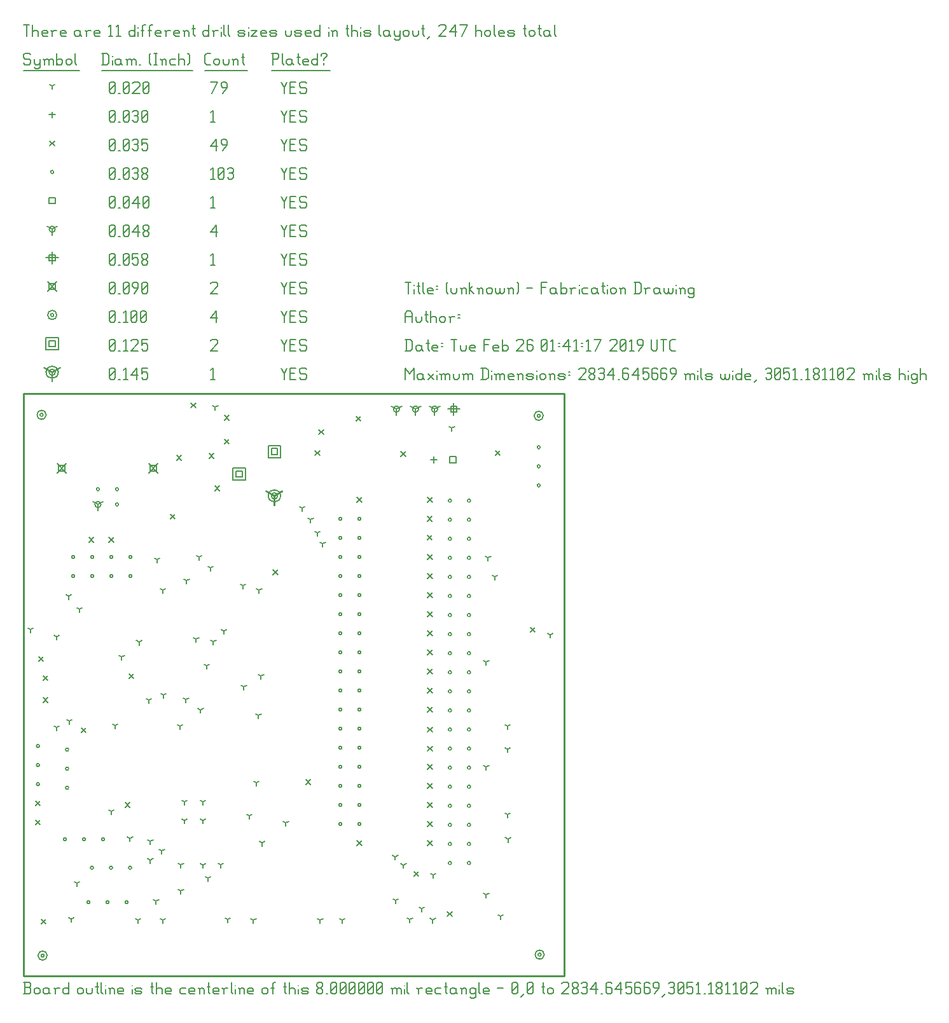
<source format=gbr>
G04 start of page 9 for group -3984 idx -3984 *
G04 Title: (unknown), fab *
G04 Creator: pcb 20140316 *
G04 CreationDate: Tue Feb 26 01:41:17 2019 UTC *
G04 For: tim *
G04 Format: Gerber/RS-274X *
G04 PCB-Dimensions (mil): 2834.65 3051.18 *
G04 PCB-Coordinate-Origin: lower left *
%MOIN*%
%FSLAX25Y25*%
%LNFAB*%
%ADD115C,0.0100*%
%ADD114C,0.0075*%
%ADD113C,0.0060*%
%ADD112C,0.0001*%
%ADD111R,0.0080X0.0080*%
G54D111*X131457Y251531D02*Y246731D01*
G54D112*G36*
X130910Y251678D02*X135763Y254478D01*
X136163Y253785D01*
X131310Y250985D01*
X130910Y251678D01*
G37*
G36*
X131603Y250985D02*X126750Y253785D01*
X127150Y254478D01*
X132003Y251678D01*
X131603Y250985D01*
G37*
G54D111*X129857Y251531D02*G75*G03X133057Y251531I1600J0D01*G01*
G75*G03X129857Y251531I-1600J0D01*G01*
X128257D02*G75*G03X134657Y251531I3200J0D01*G01*
G75*G03X128257Y251531I-3200J0D01*G01*
X15000Y316368D02*Y311568D01*
G54D112*G36*
X14454Y316515D02*X19307Y319314D01*
X19706Y318622D01*
X14853Y315822D01*
X14454Y316515D01*
G37*
G36*
X15147Y315822D02*X10294Y318622D01*
X10693Y319314D01*
X15546Y316515D01*
X15147Y315822D01*
G37*
G54D111*X13400Y316368D02*G75*G03X16600Y316368I1600J0D01*G01*
G75*G03X13400Y316368I-1600J0D01*G01*
X11800D02*G75*G03X18200Y316368I3200J0D01*G01*
G75*G03X11800Y316368I-3200J0D01*G01*
G54D113*X135000Y318618D02*X136500Y315618D01*
X138000Y318618D01*
X136500Y315618D02*Y312618D01*
X139800Y315918D02*X142050D01*
X139800Y312618D02*X142800D01*
X139800Y318618D02*Y312618D01*
Y318618D02*X142800D01*
X147600D02*X148350Y317868D01*
X145350Y318618D02*X147600D01*
X144600Y317868D02*X145350Y318618D01*
X144600Y317868D02*Y316368D01*
X145350Y315618D01*
X147600D01*
X148350Y314868D01*
Y313368D01*
X147600Y312618D02*X148350Y313368D01*
X145350Y312618D02*X147600D01*
X144600Y313368D02*X145350Y312618D01*
X98000Y317418D02*X99200Y318618D01*
Y312618D01*
X98000D02*X100250D01*
X45000Y313368D02*X45750Y312618D01*
X45000Y317868D02*Y313368D01*
Y317868D02*X45750Y318618D01*
X47250D01*
X48000Y317868D01*
Y313368D01*
X47250Y312618D02*X48000Y313368D01*
X45750Y312618D02*X47250D01*
X45000Y314118D02*X48000Y317118D01*
X49800Y312618D02*X50550D01*
X52350Y317418D02*X53550Y318618D01*
Y312618D01*
X52350D02*X54600D01*
X56400Y314868D02*X59400Y318618D01*
X56400Y314868D02*X60150D01*
X59400Y318618D02*Y312618D01*
X61950Y318618D02*X64950D01*
X61950D02*Y315618D01*
X62700Y316368D01*
X64200D01*
X64950Y315618D01*
Y313368D01*
X64200Y312618D02*X64950Y313368D01*
X62700Y312618D02*X64200D01*
X61950Y313368D02*X62700Y312618D01*
X111353Y264549D02*X114553D01*
X111353D02*Y261349D01*
X114553D01*
Y264549D02*Y261349D01*
X109753Y266149D02*X116153D01*
X109753D02*Y259749D01*
X116153D01*
Y266149D02*Y259749D01*
X129857Y276360D02*X133057D01*
X129857D02*Y273160D01*
X133057D01*
Y276360D02*Y273160D01*
X128257Y277960D02*X134657D01*
X128257D02*Y271560D01*
X134657D01*
Y277960D02*Y271560D01*
X13400Y332968D02*X16600D01*
X13400D02*Y329768D01*
X16600D01*
Y332968D02*Y329768D01*
X11800Y334568D02*X18200D01*
X11800D02*Y328168D01*
X18200D01*
Y334568D02*Y328168D01*
X135000Y333618D02*X136500Y330618D01*
X138000Y333618D01*
X136500Y330618D02*Y327618D01*
X139800Y330918D02*X142050D01*
X139800Y327618D02*X142800D01*
X139800Y333618D02*Y327618D01*
Y333618D02*X142800D01*
X147600D02*X148350Y332868D01*
X145350Y333618D02*X147600D01*
X144600Y332868D02*X145350Y333618D01*
X144600Y332868D02*Y331368D01*
X145350Y330618D01*
X147600D01*
X148350Y329868D01*
Y328368D01*
X147600Y327618D02*X148350Y328368D01*
X145350Y327618D02*X147600D01*
X144600Y328368D02*X145350Y327618D01*
X98000Y332868D02*X98750Y333618D01*
X101000D01*
X101750Y332868D01*
Y331368D01*
X98000Y327618D02*X101750Y331368D01*
X98000Y327618D02*X101750D01*
X45000Y328368D02*X45750Y327618D01*
X45000Y332868D02*Y328368D01*
Y332868D02*X45750Y333618D01*
X47250D01*
X48000Y332868D01*
Y328368D01*
X47250Y327618D02*X48000Y328368D01*
X45750Y327618D02*X47250D01*
X45000Y329118D02*X48000Y332118D01*
X49800Y327618D02*X50550D01*
X52350Y332418D02*X53550Y333618D01*
Y327618D01*
X52350D02*X54600D01*
X56400Y332868D02*X57150Y333618D01*
X59400D01*
X60150Y332868D01*
Y331368D01*
X56400Y327618D02*X60150Y331368D01*
X56400Y327618D02*X60150D01*
X61950Y333618D02*X64950D01*
X61950D02*Y330618D01*
X62700Y331368D01*
X64200D01*
X64950Y330618D01*
Y328368D01*
X64200Y327618D02*X64950Y328368D01*
X62700Y327618D02*X64200D01*
X61950Y328368D02*X62700Y327618D01*
X8657Y294031D02*G75*G03X10257Y294031I800J0D01*G01*
G75*G03X8657Y294031I-800J0D01*G01*
X7057D02*G75*G03X11857Y294031I2400J0D01*G01*
G75*G03X7057Y294031I-2400J0D01*G01*
X269157Y293531D02*G75*G03X270757Y293531I800J0D01*G01*
G75*G03X269157Y293531I-800J0D01*G01*
X267557D02*G75*G03X272357Y293531I2400J0D01*G01*
G75*G03X267557Y293531I-2400J0D01*G01*
X9157Y10531D02*G75*G03X10757Y10531I800J0D01*G01*
G75*G03X9157Y10531I-800J0D01*G01*
X7557D02*G75*G03X12357Y10531I2400J0D01*G01*
G75*G03X7557Y10531I-2400J0D01*G01*
X269657Y11031D02*G75*G03X271257Y11031I800J0D01*G01*
G75*G03X269657Y11031I-800J0D01*G01*
X268057D02*G75*G03X272857Y11031I2400J0D01*G01*
G75*G03X268057Y11031I-2400J0D01*G01*
X14200Y346368D02*G75*G03X15800Y346368I800J0D01*G01*
G75*G03X14200Y346368I-800J0D01*G01*
X12600D02*G75*G03X17400Y346368I2400J0D01*G01*
G75*G03X12600Y346368I-2400J0D01*G01*
X135000Y348618D02*X136500Y345618D01*
X138000Y348618D01*
X136500Y345618D02*Y342618D01*
X139800Y345918D02*X142050D01*
X139800Y342618D02*X142800D01*
X139800Y348618D02*Y342618D01*
Y348618D02*X142800D01*
X147600D02*X148350Y347868D01*
X145350Y348618D02*X147600D01*
X144600Y347868D02*X145350Y348618D01*
X144600Y347868D02*Y346368D01*
X145350Y345618D01*
X147600D01*
X148350Y344868D01*
Y343368D01*
X147600Y342618D02*X148350Y343368D01*
X145350Y342618D02*X147600D01*
X144600Y343368D02*X145350Y342618D01*
X98000Y344868D02*X101000Y348618D01*
X98000Y344868D02*X101750D01*
X101000Y348618D02*Y342618D01*
X45000Y343368D02*X45750Y342618D01*
X45000Y347868D02*Y343368D01*
Y347868D02*X45750Y348618D01*
X47250D01*
X48000Y347868D01*
Y343368D01*
X47250Y342618D02*X48000Y343368D01*
X45750Y342618D02*X47250D01*
X45000Y344118D02*X48000Y347118D01*
X49800Y342618D02*X50550D01*
X52350Y347418D02*X53550Y348618D01*
Y342618D01*
X52350D02*X54600D01*
X56400Y343368D02*X57150Y342618D01*
X56400Y347868D02*Y343368D01*
Y347868D02*X57150Y348618D01*
X58650D01*
X59400Y347868D01*
Y343368D01*
X58650Y342618D02*X59400Y343368D01*
X57150Y342618D02*X58650D01*
X56400Y344118D02*X59400Y347118D01*
X61200Y343368D02*X61950Y342618D01*
X61200Y347868D02*Y343368D01*
Y347868D02*X61950Y348618D01*
X63450D01*
X64200Y347868D01*
Y343368D01*
X63450Y342618D02*X64200Y343368D01*
X61950Y342618D02*X63450D01*
X61200Y344118D02*X64200Y347118D01*
X65557Y268431D02*X70357Y263631D01*
X65557D02*X70357Y268431D01*
X66357Y267631D02*X69557D01*
X66357D02*Y264431D01*
X69557D01*
Y267631D02*Y264431D01*
X17557Y268431D02*X22357Y263631D01*
X17557D02*X22357Y268431D01*
X18357Y267631D02*X21557D01*
X18357D02*Y264431D01*
X21557D01*
Y267631D02*Y264431D01*
X12600Y363768D02*X17400Y358968D01*
X12600D02*X17400Y363768D01*
X13400Y362968D02*X16600D01*
X13400D02*Y359768D01*
X16600D01*
Y362968D02*Y359768D01*
X135000Y363618D02*X136500Y360618D01*
X138000Y363618D01*
X136500Y360618D02*Y357618D01*
X139800Y360918D02*X142050D01*
X139800Y357618D02*X142800D01*
X139800Y363618D02*Y357618D01*
Y363618D02*X142800D01*
X147600D02*X148350Y362868D01*
X145350Y363618D02*X147600D01*
X144600Y362868D02*X145350Y363618D01*
X144600Y362868D02*Y361368D01*
X145350Y360618D01*
X147600D01*
X148350Y359868D01*
Y358368D01*
X147600Y357618D02*X148350Y358368D01*
X145350Y357618D02*X147600D01*
X144600Y358368D02*X145350Y357618D01*
X98000Y362868D02*X98750Y363618D01*
X101000D01*
X101750Y362868D01*
Y361368D01*
X98000Y357618D02*X101750Y361368D01*
X98000Y357618D02*X101750D01*
X45000Y358368D02*X45750Y357618D01*
X45000Y362868D02*Y358368D01*
Y362868D02*X45750Y363618D01*
X47250D01*
X48000Y362868D01*
Y358368D01*
X47250Y357618D02*X48000Y358368D01*
X45750Y357618D02*X47250D01*
X45000Y359118D02*X48000Y362118D01*
X49800Y357618D02*X50550D01*
X52350Y358368D02*X53100Y357618D01*
X52350Y362868D02*Y358368D01*
Y362868D02*X53100Y363618D01*
X54600D01*
X55350Y362868D01*
Y358368D01*
X54600Y357618D02*X55350Y358368D01*
X53100Y357618D02*X54600D01*
X52350Y359118D02*X55350Y362118D01*
X57900Y357618D02*X60150Y360618D01*
Y362868D02*Y360618D01*
X59400Y363618D02*X60150Y362868D01*
X57900Y363618D02*X59400D01*
X57150Y362868D02*X57900Y363618D01*
X57150Y362868D02*Y361368D01*
X57900Y360618D01*
X60150D01*
X61950Y358368D02*X62700Y357618D01*
X61950Y362868D02*Y358368D01*
Y362868D02*X62700Y363618D01*
X64200D01*
X64950Y362868D01*
Y358368D01*
X64200Y357618D02*X64950Y358368D01*
X62700Y357618D02*X64200D01*
X61950Y359118D02*X64950Y362118D01*
X225457Y300231D02*Y293831D01*
X222257Y297031D02*X228657D01*
X223857Y298631D02*X227057D01*
X223857D02*Y295431D01*
X227057D01*
Y298631D02*Y295431D01*
X15000Y379568D02*Y373168D01*
X11800Y376368D02*X18200D01*
X13400Y377968D02*X16600D01*
X13400D02*Y374768D01*
X16600D01*
Y377968D02*Y374768D01*
X135000Y378618D02*X136500Y375618D01*
X138000Y378618D01*
X136500Y375618D02*Y372618D01*
X139800Y375918D02*X142050D01*
X139800Y372618D02*X142800D01*
X139800Y378618D02*Y372618D01*
Y378618D02*X142800D01*
X147600D02*X148350Y377868D01*
X145350Y378618D02*X147600D01*
X144600Y377868D02*X145350Y378618D01*
X144600Y377868D02*Y376368D01*
X145350Y375618D01*
X147600D01*
X148350Y374868D01*
Y373368D01*
X147600Y372618D02*X148350Y373368D01*
X145350Y372618D02*X147600D01*
X144600Y373368D02*X145350Y372618D01*
X98000Y377418D02*X99200Y378618D01*
Y372618D01*
X98000D02*X100250D01*
X45000Y373368D02*X45750Y372618D01*
X45000Y377868D02*Y373368D01*
Y377868D02*X45750Y378618D01*
X47250D01*
X48000Y377868D01*
Y373368D01*
X47250Y372618D02*X48000Y373368D01*
X45750Y372618D02*X47250D01*
X45000Y374118D02*X48000Y377118D01*
X49800Y372618D02*X50550D01*
X52350Y373368D02*X53100Y372618D01*
X52350Y377868D02*Y373368D01*
Y377868D02*X53100Y378618D01*
X54600D01*
X55350Y377868D01*
Y373368D01*
X54600Y372618D02*X55350Y373368D01*
X53100Y372618D02*X54600D01*
X52350Y374118D02*X55350Y377118D01*
X57150Y378618D02*X60150D01*
X57150D02*Y375618D01*
X57900Y376368D01*
X59400D01*
X60150Y375618D01*
Y373368D01*
X59400Y372618D02*X60150Y373368D01*
X57900Y372618D02*X59400D01*
X57150Y373368D02*X57900Y372618D01*
X61950Y373368D02*X62700Y372618D01*
X61950Y374568D02*Y373368D01*
Y374568D02*X63000Y375618D01*
X63900D01*
X64950Y374568D01*
Y373368D01*
X64200Y372618D02*X64950Y373368D01*
X62700Y372618D02*X64200D01*
X61950Y376668D02*X63000Y375618D01*
X61950Y377868D02*Y376668D01*
Y377868D02*X62700Y378618D01*
X64200D01*
X64950Y377868D01*
Y376668D01*
X63900Y375618D02*X64950Y376668D01*
X38957Y247031D02*Y243831D01*
Y247031D02*X41730Y248631D01*
X38957Y247031D02*X36183Y248631D01*
X37357Y247031D02*G75*G03X40557Y247031I1600J0D01*G01*
G75*G03X37357Y247031I-1600J0D01*G01*
X215457Y297031D02*Y293831D01*
Y297031D02*X218230Y298631D01*
X215457Y297031D02*X212683Y298631D01*
X213857Y297031D02*G75*G03X217057Y297031I1600J0D01*G01*
G75*G03X213857Y297031I-1600J0D01*G01*
X205457D02*Y293831D01*
Y297031D02*X208230Y298631D01*
X205457Y297031D02*X202683Y298631D01*
X203857Y297031D02*G75*G03X207057Y297031I1600J0D01*G01*
G75*G03X203857Y297031I-1600J0D01*G01*
X195457D02*Y293831D01*
Y297031D02*X198230Y298631D01*
X195457Y297031D02*X192683Y298631D01*
X193857Y297031D02*G75*G03X197057Y297031I1600J0D01*G01*
G75*G03X193857Y297031I-1600J0D01*G01*
X15000Y391368D02*Y388168D01*
Y391368D02*X17773Y392968D01*
X15000Y391368D02*X12227Y392968D01*
X13400Y391368D02*G75*G03X16600Y391368I1600J0D01*G01*
G75*G03X13400Y391368I-1600J0D01*G01*
X135000Y393618D02*X136500Y390618D01*
X138000Y393618D01*
X136500Y390618D02*Y387618D01*
X139800Y390918D02*X142050D01*
X139800Y387618D02*X142800D01*
X139800Y393618D02*Y387618D01*
Y393618D02*X142800D01*
X147600D02*X148350Y392868D01*
X145350Y393618D02*X147600D01*
X144600Y392868D02*X145350Y393618D01*
X144600Y392868D02*Y391368D01*
X145350Y390618D01*
X147600D01*
X148350Y389868D01*
Y388368D01*
X147600Y387618D02*X148350Y388368D01*
X145350Y387618D02*X147600D01*
X144600Y388368D02*X145350Y387618D01*
X98000Y389868D02*X101000Y393618D01*
X98000Y389868D02*X101750D01*
X101000Y393618D02*Y387618D01*
X45000Y388368D02*X45750Y387618D01*
X45000Y392868D02*Y388368D01*
Y392868D02*X45750Y393618D01*
X47250D01*
X48000Y392868D01*
Y388368D01*
X47250Y387618D02*X48000Y388368D01*
X45750Y387618D02*X47250D01*
X45000Y389118D02*X48000Y392118D01*
X49800Y387618D02*X50550D01*
X52350Y388368D02*X53100Y387618D01*
X52350Y392868D02*Y388368D01*
Y392868D02*X53100Y393618D01*
X54600D01*
X55350Y392868D01*
Y388368D01*
X54600Y387618D02*X55350Y388368D01*
X53100Y387618D02*X54600D01*
X52350Y389118D02*X55350Y392118D01*
X57150Y389868D02*X60150Y393618D01*
X57150Y389868D02*X60900D01*
X60150Y393618D02*Y387618D01*
X62700Y388368D02*X63450Y387618D01*
X62700Y389568D02*Y388368D01*
Y389568D02*X63750Y390618D01*
X64650D01*
X65700Y389568D01*
Y388368D01*
X64950Y387618D02*X65700Y388368D01*
X63450Y387618D02*X64950D01*
X62700Y391668D02*X63750Y390618D01*
X62700Y392868D02*Y391668D01*
Y392868D02*X63450Y393618D01*
X64950D01*
X65700Y392868D01*
Y391668D01*
X64650Y390618D02*X65700Y391668D01*
X223357Y272131D02*X226557D01*
X223357D02*Y268931D01*
X226557D01*
Y272131D02*Y268931D01*
X13400Y407968D02*X16600D01*
X13400D02*Y404768D01*
X16600D01*
Y407968D02*Y404768D01*
X135000Y408618D02*X136500Y405618D01*
X138000Y408618D01*
X136500Y405618D02*Y402618D01*
X139800Y405918D02*X142050D01*
X139800Y402618D02*X142800D01*
X139800Y408618D02*Y402618D01*
Y408618D02*X142800D01*
X147600D02*X148350Y407868D01*
X145350Y408618D02*X147600D01*
X144600Y407868D02*X145350Y408618D01*
X144600Y407868D02*Y406368D01*
X145350Y405618D01*
X147600D01*
X148350Y404868D01*
Y403368D01*
X147600Y402618D02*X148350Y403368D01*
X145350Y402618D02*X147600D01*
X144600Y403368D02*X145350Y402618D01*
X98000Y407418D02*X99200Y408618D01*
Y402618D01*
X98000D02*X100250D01*
X45000Y403368D02*X45750Y402618D01*
X45000Y407868D02*Y403368D01*
Y407868D02*X45750Y408618D01*
X47250D01*
X48000Y407868D01*
Y403368D01*
X47250Y402618D02*X48000Y403368D01*
X45750Y402618D02*X47250D01*
X45000Y404118D02*X48000Y407118D01*
X49800Y402618D02*X50550D01*
X52350Y403368D02*X53100Y402618D01*
X52350Y407868D02*Y403368D01*
Y407868D02*X53100Y408618D01*
X54600D01*
X55350Y407868D01*
Y403368D01*
X54600Y402618D02*X55350Y403368D01*
X53100Y402618D02*X54600D01*
X52350Y404118D02*X55350Y407118D01*
X57150Y404868D02*X60150Y408618D01*
X57150Y404868D02*X60900D01*
X60150Y408618D02*Y402618D01*
X62700Y403368D02*X63450Y402618D01*
X62700Y407868D02*Y403368D01*
Y407868D02*X63450Y408618D01*
X64950D01*
X65700Y407868D01*
Y403368D01*
X64950Y402618D02*X65700Y403368D01*
X63450Y402618D02*X64950D01*
X62700Y404118D02*X65700Y407118D01*
X48157Y247031D02*G75*G03X49757Y247031I800J0D01*G01*
G75*G03X48157Y247031I-800J0D01*G01*
Y255031D02*G75*G03X49757Y255031I800J0D01*G01*
G75*G03X48157Y255031I-800J0D01*G01*
X38157D02*G75*G03X39757Y255031I800J0D01*G01*
G75*G03X38157Y255031I-800J0D01*G01*
X55157Y219531D02*G75*G03X56757Y219531I800J0D01*G01*
G75*G03X55157Y219531I-800J0D01*G01*
Y209531D02*G75*G03X56757Y209531I800J0D01*G01*
G75*G03X55157Y209531I-800J0D01*G01*
X45157Y219531D02*G75*G03X46757Y219531I800J0D01*G01*
G75*G03X45157Y219531I-800J0D01*G01*
Y209531D02*G75*G03X46757Y209531I800J0D01*G01*
G75*G03X45157Y209531I-800J0D01*G01*
X35157Y219531D02*G75*G03X36757Y219531I800J0D01*G01*
G75*G03X35157Y219531I-800J0D01*G01*
Y209531D02*G75*G03X36757Y209531I800J0D01*G01*
G75*G03X35157Y209531I-800J0D01*G01*
X25157Y219531D02*G75*G03X26757Y219531I800J0D01*G01*
G75*G03X25157Y219531I-800J0D01*G01*
Y209531D02*G75*G03X26757Y209531I800J0D01*G01*
G75*G03X25157Y209531I-800J0D01*G01*
X165157Y239531D02*G75*G03X166757Y239531I800J0D01*G01*
G75*G03X165157Y239531I-800J0D01*G01*
Y229531D02*G75*G03X166757Y229531I800J0D01*G01*
G75*G03X165157Y229531I-800J0D01*G01*
Y219531D02*G75*G03X166757Y219531I800J0D01*G01*
G75*G03X165157Y219531I-800J0D01*G01*
Y209531D02*G75*G03X166757Y209531I800J0D01*G01*
G75*G03X165157Y209531I-800J0D01*G01*
Y199531D02*G75*G03X166757Y199531I800J0D01*G01*
G75*G03X165157Y199531I-800J0D01*G01*
Y189531D02*G75*G03X166757Y189531I800J0D01*G01*
G75*G03X165157Y189531I-800J0D01*G01*
Y179531D02*G75*G03X166757Y179531I800J0D01*G01*
G75*G03X165157Y179531I-800J0D01*G01*
Y169531D02*G75*G03X166757Y169531I800J0D01*G01*
G75*G03X165157Y169531I-800J0D01*G01*
Y159531D02*G75*G03X166757Y159531I800J0D01*G01*
G75*G03X165157Y159531I-800J0D01*G01*
Y149531D02*G75*G03X166757Y149531I800J0D01*G01*
G75*G03X165157Y149531I-800J0D01*G01*
Y139531D02*G75*G03X166757Y139531I800J0D01*G01*
G75*G03X165157Y139531I-800J0D01*G01*
Y129531D02*G75*G03X166757Y129531I800J0D01*G01*
G75*G03X165157Y129531I-800J0D01*G01*
Y119531D02*G75*G03X166757Y119531I800J0D01*G01*
G75*G03X165157Y119531I-800J0D01*G01*
Y109531D02*G75*G03X166757Y109531I800J0D01*G01*
G75*G03X165157Y109531I-800J0D01*G01*
Y99531D02*G75*G03X166757Y99531I800J0D01*G01*
G75*G03X165157Y99531I-800J0D01*G01*
Y89531D02*G75*G03X166757Y89531I800J0D01*G01*
G75*G03X165157Y89531I-800J0D01*G01*
Y79531D02*G75*G03X166757Y79531I800J0D01*G01*
G75*G03X165157Y79531I-800J0D01*G01*
X175157D02*G75*G03X176757Y79531I800J0D01*G01*
G75*G03X175157Y79531I-800J0D01*G01*
Y89531D02*G75*G03X176757Y89531I800J0D01*G01*
G75*G03X175157Y89531I-800J0D01*G01*
Y99531D02*G75*G03X176757Y99531I800J0D01*G01*
G75*G03X175157Y99531I-800J0D01*G01*
Y109531D02*G75*G03X176757Y109531I800J0D01*G01*
G75*G03X175157Y109531I-800J0D01*G01*
Y119531D02*G75*G03X176757Y119531I800J0D01*G01*
G75*G03X175157Y119531I-800J0D01*G01*
Y129531D02*G75*G03X176757Y129531I800J0D01*G01*
G75*G03X175157Y129531I-800J0D01*G01*
Y139531D02*G75*G03X176757Y139531I800J0D01*G01*
G75*G03X175157Y139531I-800J0D01*G01*
Y149531D02*G75*G03X176757Y149531I800J0D01*G01*
G75*G03X175157Y149531I-800J0D01*G01*
Y159531D02*G75*G03X176757Y159531I800J0D01*G01*
G75*G03X175157Y159531I-800J0D01*G01*
Y169531D02*G75*G03X176757Y169531I800J0D01*G01*
G75*G03X175157Y169531I-800J0D01*G01*
Y179531D02*G75*G03X176757Y179531I800J0D01*G01*
G75*G03X175157Y179531I-800J0D01*G01*
Y189531D02*G75*G03X176757Y189531I800J0D01*G01*
G75*G03X175157Y189531I-800J0D01*G01*
Y199531D02*G75*G03X176757Y199531I800J0D01*G01*
G75*G03X175157Y199531I-800J0D01*G01*
Y209531D02*G75*G03X176757Y209531I800J0D01*G01*
G75*G03X175157Y209531I-800J0D01*G01*
Y219531D02*G75*G03X176757Y219531I800J0D01*G01*
G75*G03X175157Y219531I-800J0D01*G01*
Y229531D02*G75*G03X176757Y229531I800J0D01*G01*
G75*G03X175157Y229531I-800J0D01*G01*
Y239531D02*G75*G03X176757Y239531I800J0D01*G01*
G75*G03X175157Y239531I-800J0D01*G01*
X232657Y59031D02*G75*G03X234257Y59031I800J0D01*G01*
G75*G03X232657Y59031I-800J0D01*G01*
X222657D02*G75*G03X224257Y59031I800J0D01*G01*
G75*G03X222657Y59031I-800J0D01*G01*
X232657Y69031D02*G75*G03X234257Y69031I800J0D01*G01*
G75*G03X232657Y69031I-800J0D01*G01*
X222657D02*G75*G03X224257Y69031I800J0D01*G01*
G75*G03X222657Y69031I-800J0D01*G01*
X232657Y79031D02*G75*G03X234257Y79031I800J0D01*G01*
G75*G03X232657Y79031I-800J0D01*G01*
X222657D02*G75*G03X224257Y79031I800J0D01*G01*
G75*G03X222657Y79031I-800J0D01*G01*
X232657Y89031D02*G75*G03X234257Y89031I800J0D01*G01*
G75*G03X232657Y89031I-800J0D01*G01*
X222657D02*G75*G03X224257Y89031I800J0D01*G01*
G75*G03X222657Y89031I-800J0D01*G01*
X232657Y99031D02*G75*G03X234257Y99031I800J0D01*G01*
G75*G03X232657Y99031I-800J0D01*G01*
X222657D02*G75*G03X224257Y99031I800J0D01*G01*
G75*G03X222657Y99031I-800J0D01*G01*
X232657Y109031D02*G75*G03X234257Y109031I800J0D01*G01*
G75*G03X232657Y109031I-800J0D01*G01*
X222657D02*G75*G03X224257Y109031I800J0D01*G01*
G75*G03X222657Y109031I-800J0D01*G01*
X232657Y119031D02*G75*G03X234257Y119031I800J0D01*G01*
G75*G03X232657Y119031I-800J0D01*G01*
X222657D02*G75*G03X224257Y119031I800J0D01*G01*
G75*G03X222657Y119031I-800J0D01*G01*
X232657Y129031D02*G75*G03X234257Y129031I800J0D01*G01*
G75*G03X232657Y129031I-800J0D01*G01*
X222657D02*G75*G03X224257Y129031I800J0D01*G01*
G75*G03X222657Y129031I-800J0D01*G01*
X232657Y139031D02*G75*G03X234257Y139031I800J0D01*G01*
G75*G03X232657Y139031I-800J0D01*G01*
X222657D02*G75*G03X224257Y139031I800J0D01*G01*
G75*G03X222657Y139031I-800J0D01*G01*
X232657Y149031D02*G75*G03X234257Y149031I800J0D01*G01*
G75*G03X232657Y149031I-800J0D01*G01*
X222657D02*G75*G03X224257Y149031I800J0D01*G01*
G75*G03X222657Y149031I-800J0D01*G01*
X232657Y159031D02*G75*G03X234257Y159031I800J0D01*G01*
G75*G03X232657Y159031I-800J0D01*G01*
X222657D02*G75*G03X224257Y159031I800J0D01*G01*
G75*G03X222657Y159031I-800J0D01*G01*
X232657Y169031D02*G75*G03X234257Y169031I800J0D01*G01*
G75*G03X232657Y169031I-800J0D01*G01*
X222657D02*G75*G03X224257Y169031I800J0D01*G01*
G75*G03X222657Y169031I-800J0D01*G01*
X232657Y179031D02*G75*G03X234257Y179031I800J0D01*G01*
G75*G03X232657Y179031I-800J0D01*G01*
X222657D02*G75*G03X224257Y179031I800J0D01*G01*
G75*G03X222657Y179031I-800J0D01*G01*
X232657Y189031D02*G75*G03X234257Y189031I800J0D01*G01*
G75*G03X232657Y189031I-800J0D01*G01*
X222657D02*G75*G03X224257Y189031I800J0D01*G01*
G75*G03X222657Y189031I-800J0D01*G01*
X232657Y199031D02*G75*G03X234257Y199031I800J0D01*G01*
G75*G03X232657Y199031I-800J0D01*G01*
X222657D02*G75*G03X224257Y199031I800J0D01*G01*
G75*G03X222657Y199031I-800J0D01*G01*
X232657Y209031D02*G75*G03X234257Y209031I800J0D01*G01*
G75*G03X232657Y209031I-800J0D01*G01*
X222657D02*G75*G03X224257Y209031I800J0D01*G01*
G75*G03X222657Y209031I-800J0D01*G01*
X232657Y219031D02*G75*G03X234257Y219031I800J0D01*G01*
G75*G03X232657Y219031I-800J0D01*G01*
X222657D02*G75*G03X224257Y219031I800J0D01*G01*
G75*G03X222657Y219031I-800J0D01*G01*
X232657Y229031D02*G75*G03X234257Y229031I800J0D01*G01*
G75*G03X232657Y229031I-800J0D01*G01*
X222657D02*G75*G03X224257Y229031I800J0D01*G01*
G75*G03X222657Y229031I-800J0D01*G01*
X232657Y239031D02*G75*G03X234257Y239031I800J0D01*G01*
G75*G03X232657Y239031I-800J0D01*G01*
X222657D02*G75*G03X224257Y239031I800J0D01*G01*
G75*G03X222657Y239031I-800J0D01*G01*
X232657Y249031D02*G75*G03X234257Y249031I800J0D01*G01*
G75*G03X232657Y249031I-800J0D01*G01*
X222657D02*G75*G03X224257Y249031I800J0D01*G01*
G75*G03X222657Y249031I-800J0D01*G01*
X53157Y38531D02*G75*G03X54757Y38531I800J0D01*G01*
G75*G03X53157Y38531I-800J0D01*G01*
X43157D02*G75*G03X44757Y38531I800J0D01*G01*
G75*G03X43157Y38531I-800J0D01*G01*
X33157D02*G75*G03X34757Y38531I800J0D01*G01*
G75*G03X33157Y38531I-800J0D01*G01*
X269157Y257031D02*G75*G03X270757Y257031I800J0D01*G01*
G75*G03X269157Y257031I-800J0D01*G01*
Y267031D02*G75*G03X270757Y267031I800J0D01*G01*
G75*G03X269157Y267031I-800J0D01*G01*
Y277031D02*G75*G03X270757Y277031I800J0D01*G01*
G75*G03X269157Y277031I-800J0D01*G01*
X21960Y118531D02*G75*G03X23560Y118531I800J0D01*G01*
G75*G03X21960Y118531I-800J0D01*G01*
Y108531D02*G75*G03X23560Y108531I800J0D01*G01*
G75*G03X21960Y108531I-800J0D01*G01*
Y98531D02*G75*G03X23560Y98531I800J0D01*G01*
G75*G03X21960Y98531I-800J0D01*G01*
X6775Y120386D02*G75*G03X8375Y120386I800J0D01*G01*
G75*G03X6775Y120386I-800J0D01*G01*
Y110386D02*G75*G03X8375Y110386I800J0D01*G01*
G75*G03X6775Y110386I-800J0D01*G01*
Y100386D02*G75*G03X8375Y100386I800J0D01*G01*
G75*G03X6775Y100386I-800J0D01*G01*
X55003Y56606D02*G75*G03X56603Y56606I800J0D01*G01*
G75*G03X55003Y56606I-800J0D01*G01*
X45003D02*G75*G03X46603Y56606I800J0D01*G01*
G75*G03X45003Y56606I-800J0D01*G01*
X35003D02*G75*G03X36603Y56606I800J0D01*G01*
G75*G03X35003Y56606I-800J0D01*G01*
X40830Y71567D02*G75*G03X42430Y71567I800J0D01*G01*
G75*G03X40830Y71567I-800J0D01*G01*
X30830D02*G75*G03X32430Y71567I800J0D01*G01*
G75*G03X30830Y71567I-800J0D01*G01*
X20830D02*G75*G03X22430Y71567I800J0D01*G01*
G75*G03X20830Y71567I-800J0D01*G01*
X14200Y421368D02*G75*G03X15800Y421368I800J0D01*G01*
G75*G03X14200Y421368I-800J0D01*G01*
X135000Y423618D02*X136500Y420618D01*
X138000Y423618D01*
X136500Y420618D02*Y417618D01*
X139800Y420918D02*X142050D01*
X139800Y417618D02*X142800D01*
X139800Y423618D02*Y417618D01*
Y423618D02*X142800D01*
X147600D02*X148350Y422868D01*
X145350Y423618D02*X147600D01*
X144600Y422868D02*X145350Y423618D01*
X144600Y422868D02*Y421368D01*
X145350Y420618D01*
X147600D01*
X148350Y419868D01*
Y418368D01*
X147600Y417618D02*X148350Y418368D01*
X145350Y417618D02*X147600D01*
X144600Y418368D02*X145350Y417618D01*
X98000Y422418D02*X99200Y423618D01*
Y417618D01*
X98000D02*X100250D01*
X102050Y418368D02*X102800Y417618D01*
X102050Y422868D02*Y418368D01*
Y422868D02*X102800Y423618D01*
X104300D01*
X105050Y422868D01*
Y418368D01*
X104300Y417618D02*X105050Y418368D01*
X102800Y417618D02*X104300D01*
X102050Y419118D02*X105050Y422118D01*
X106850Y422868D02*X107600Y423618D01*
X109100D01*
X109850Y422868D01*
X109100Y417618D02*X109850Y418368D01*
X107600Y417618D02*X109100D01*
X106850Y418368D02*X107600Y417618D01*
Y420918D02*X109100D01*
X109850Y422868D02*Y421668D01*
Y420168D02*Y418368D01*
Y420168D02*X109100Y420918D01*
X109850Y421668D02*X109100Y420918D01*
X45000Y418368D02*X45750Y417618D01*
X45000Y422868D02*Y418368D01*
Y422868D02*X45750Y423618D01*
X47250D01*
X48000Y422868D01*
Y418368D01*
X47250Y417618D02*X48000Y418368D01*
X45750Y417618D02*X47250D01*
X45000Y419118D02*X48000Y422118D01*
X49800Y417618D02*X50550D01*
X52350Y418368D02*X53100Y417618D01*
X52350Y422868D02*Y418368D01*
Y422868D02*X53100Y423618D01*
X54600D01*
X55350Y422868D01*
Y418368D01*
X54600Y417618D02*X55350Y418368D01*
X53100Y417618D02*X54600D01*
X52350Y419118D02*X55350Y422118D01*
X57150Y422868D02*X57900Y423618D01*
X59400D01*
X60150Y422868D01*
X59400Y417618D02*X60150Y418368D01*
X57900Y417618D02*X59400D01*
X57150Y418368D02*X57900Y417618D01*
Y420918D02*X59400D01*
X60150Y422868D02*Y421668D01*
Y420168D02*Y418368D01*
Y420168D02*X59400Y420918D01*
X60150Y421668D02*X59400Y420918D01*
X61950Y418368D02*X62700Y417618D01*
X61950Y419568D02*Y418368D01*
Y419568D02*X63000Y420618D01*
X63900D01*
X64950Y419568D01*
Y418368D01*
X64200Y417618D02*X64950Y418368D01*
X62700Y417618D02*X64200D01*
X61950Y421668D02*X63000Y420618D01*
X61950Y422868D02*Y421668D01*
Y422868D02*X62700Y423618D01*
X64200D01*
X64950Y422868D01*
Y421668D01*
X63900Y420618D02*X64950Y421668D01*
X222123Y33594D02*X224523Y31194D01*
X222123D02*X224523Y33594D01*
X9328Y29657D02*X11728Y27257D01*
X9328D02*X11728Y29657D01*
X6375Y91665D02*X8775Y89265D01*
X6375D02*X8775Y91665D01*
X6375Y81625D02*X8775Y79225D01*
X6375D02*X8775Y81625D01*
X87757Y300231D02*X90157Y297831D01*
X87757D02*X90157Y300231D01*
X97257Y273731D02*X99657Y271331D01*
X97257D02*X99657Y273731D01*
X100257Y256731D02*X102657Y254331D01*
X100257D02*X102657Y256731D01*
X34257Y229731D02*X36657Y227331D01*
X34257D02*X36657Y229731D01*
X44757D02*X47157Y227331D01*
X44757D02*X47157Y229731D01*
X77044Y241861D02*X79444Y239461D01*
X77044D02*X79444Y241861D01*
X7950Y167255D02*X10350Y164855D01*
X7950D02*X10350Y167255D01*
X55257Y158231D02*X57657Y155831D01*
X55257D02*X57657Y158231D01*
X197757Y274731D02*X200157Y272331D01*
X197757D02*X200157Y274731D01*
X154757Y286231D02*X157157Y283831D01*
X154757D02*X157157Y286231D01*
X80257Y272731D02*X82657Y270331D01*
X80257D02*X82657Y272731D01*
X105257Y281231D02*X107657Y278831D01*
X105257D02*X107657Y281231D01*
X10257Y157231D02*X12657Y154831D01*
X10257D02*X12657Y157231D01*
X53257Y90731D02*X55657Y88331D01*
X53257D02*X55657Y90731D01*
X152757Y275231D02*X155157Y272831D01*
X152757D02*X155157Y275231D01*
X105257Y293731D02*X107657Y291331D01*
X105257D02*X107657Y293731D01*
X174757Y250731D02*X177157Y248331D01*
X174757D02*X177157Y250731D01*
X174757Y70731D02*X177157Y68331D01*
X174757D02*X177157Y70731D01*
X211757Y250731D02*X214157Y248331D01*
X211757D02*X214157Y250731D01*
X211690Y240680D02*X214090Y238280D01*
X211690D02*X214090Y240680D01*
X211690Y230838D02*X214090Y228438D01*
X211690D02*X214090Y230838D01*
X211757Y220731D02*X214157Y218331D01*
X211757D02*X214157Y220731D01*
X211757Y210731D02*X214157Y208331D01*
X211757D02*X214157Y210731D01*
X211757Y200731D02*X214157Y198331D01*
X211757D02*X214157Y200731D01*
X211757Y190731D02*X214157Y188331D01*
X211757D02*X214157Y190731D01*
X211757Y180731D02*X214157Y178331D01*
X211757D02*X214157Y180731D01*
X211757Y170731D02*X214157Y168331D01*
X211757D02*X214157Y170731D01*
X211757Y160731D02*X214157Y158331D01*
X211757D02*X214157Y160731D01*
X211757Y150731D02*X214157Y148331D01*
X211757D02*X214157Y150731D01*
X211757Y140731D02*X214157Y138331D01*
X211757D02*X214157Y140731D01*
X211757Y130231D02*X214157Y127831D01*
X211757D02*X214157Y130231D01*
X211757Y120231D02*X214157Y117831D01*
X211757D02*X214157Y120231D01*
X211757Y110731D02*X214157Y108331D01*
X211757D02*X214157Y110731D01*
X211757Y100731D02*X214157Y98331D01*
X211757D02*X214157Y100731D01*
X211757Y90731D02*X214157Y88331D01*
X211757D02*X214157Y90731D01*
X211757Y80731D02*X214157Y78331D01*
X211757D02*X214157Y80731D01*
X211757Y70731D02*X214157Y68331D01*
X211757D02*X214157Y70731D01*
X247257Y275231D02*X249657Y272831D01*
X247257D02*X249657Y275231D01*
X174257Y293231D02*X176657Y290831D01*
X174257D02*X176657Y293231D01*
X30391Y129854D02*X32791Y127454D01*
X30391D02*X32791Y129854D01*
X147910Y102688D02*X150310Y100288D01*
X147910D02*X150310Y102688D01*
X204603Y54460D02*X207003Y52060D01*
X204603D02*X207003Y54460D01*
X265627Y182609D02*X268027Y180209D01*
X265627D02*X268027Y182609D01*
X130784Y212728D02*X133184Y210328D01*
X130784D02*X133184Y212728D01*
X10257Y145731D02*X12657Y143331D01*
X10257D02*X12657Y145731D01*
X13800Y437568D02*X16200Y435168D01*
X13800D02*X16200Y437568D01*
X135000Y438618D02*X136500Y435618D01*
X138000Y438618D01*
X136500Y435618D02*Y432618D01*
X139800Y435918D02*X142050D01*
X139800Y432618D02*X142800D01*
X139800Y438618D02*Y432618D01*
Y438618D02*X142800D01*
X147600D02*X148350Y437868D01*
X145350Y438618D02*X147600D01*
X144600Y437868D02*X145350Y438618D01*
X144600Y437868D02*Y436368D01*
X145350Y435618D01*
X147600D01*
X148350Y434868D01*
Y433368D01*
X147600Y432618D02*X148350Y433368D01*
X145350Y432618D02*X147600D01*
X144600Y433368D02*X145350Y432618D01*
X98000Y434868D02*X101000Y438618D01*
X98000Y434868D02*X101750D01*
X101000Y438618D02*Y432618D01*
X104300D02*X106550Y435618D01*
Y437868D02*Y435618D01*
X105800Y438618D02*X106550Y437868D01*
X104300Y438618D02*X105800D01*
X103550Y437868D02*X104300Y438618D01*
X103550Y437868D02*Y436368D01*
X104300Y435618D01*
X106550D01*
X45000Y433368D02*X45750Y432618D01*
X45000Y437868D02*Y433368D01*
Y437868D02*X45750Y438618D01*
X47250D01*
X48000Y437868D01*
Y433368D01*
X47250Y432618D02*X48000Y433368D01*
X45750Y432618D02*X47250D01*
X45000Y434118D02*X48000Y437118D01*
X49800Y432618D02*X50550D01*
X52350Y433368D02*X53100Y432618D01*
X52350Y437868D02*Y433368D01*
Y437868D02*X53100Y438618D01*
X54600D01*
X55350Y437868D01*
Y433368D01*
X54600Y432618D02*X55350Y433368D01*
X53100Y432618D02*X54600D01*
X52350Y434118D02*X55350Y437118D01*
X57150Y437868D02*X57900Y438618D01*
X59400D01*
X60150Y437868D01*
X59400Y432618D02*X60150Y433368D01*
X57900Y432618D02*X59400D01*
X57150Y433368D02*X57900Y432618D01*
Y435918D02*X59400D01*
X60150Y437868D02*Y436668D01*
Y435168D02*Y433368D01*
Y435168D02*X59400Y435918D01*
X60150Y436668D02*X59400Y435918D01*
X61950Y438618D02*X64950D01*
X61950D02*Y435618D01*
X62700Y436368D01*
X64200D01*
X64950Y435618D01*
Y433368D01*
X64200Y432618D02*X64950Y433368D01*
X62700Y432618D02*X64200D01*
X61950Y433368D02*X62700Y432618D01*
X214957Y272131D02*Y268931D01*
X213357Y270531D02*X216557D01*
X15000Y452968D02*Y449768D01*
X13400Y451368D02*X16600D01*
X135000Y453618D02*X136500Y450618D01*
X138000Y453618D01*
X136500Y450618D02*Y447618D01*
X139800Y450918D02*X142050D01*
X139800Y447618D02*X142800D01*
X139800Y453618D02*Y447618D01*
Y453618D02*X142800D01*
X147600D02*X148350Y452868D01*
X145350Y453618D02*X147600D01*
X144600Y452868D02*X145350Y453618D01*
X144600Y452868D02*Y451368D01*
X145350Y450618D01*
X147600D01*
X148350Y449868D01*
Y448368D01*
X147600Y447618D02*X148350Y448368D01*
X145350Y447618D02*X147600D01*
X144600Y448368D02*X145350Y447618D01*
X98000Y452418D02*X99200Y453618D01*
Y447618D01*
X98000D02*X100250D01*
X45000Y448368D02*X45750Y447618D01*
X45000Y452868D02*Y448368D01*
Y452868D02*X45750Y453618D01*
X47250D01*
X48000Y452868D01*
Y448368D01*
X47250Y447618D02*X48000Y448368D01*
X45750Y447618D02*X47250D01*
X45000Y449118D02*X48000Y452118D01*
X49800Y447618D02*X50550D01*
X52350Y448368D02*X53100Y447618D01*
X52350Y452868D02*Y448368D01*
Y452868D02*X53100Y453618D01*
X54600D01*
X55350Y452868D01*
Y448368D01*
X54600Y447618D02*X55350Y448368D01*
X53100Y447618D02*X54600D01*
X52350Y449118D02*X55350Y452118D01*
X57150Y452868D02*X57900Y453618D01*
X59400D01*
X60150Y452868D01*
X59400Y447618D02*X60150Y448368D01*
X57900Y447618D02*X59400D01*
X57150Y448368D02*X57900Y447618D01*
Y450918D02*X59400D01*
X60150Y452868D02*Y451668D01*
Y450168D02*Y448368D01*
Y450168D02*X59400Y450918D01*
X60150Y451668D02*X59400Y450918D01*
X61950Y448368D02*X62700Y447618D01*
X61950Y452868D02*Y448368D01*
Y452868D02*X62700Y453618D01*
X64200D01*
X64950Y452868D01*
Y448368D01*
X64200Y447618D02*X64950Y448368D01*
X62700Y447618D02*X64200D01*
X61950Y449118D02*X64950Y452118D01*
X94051Y91126D02*Y89526D01*
Y91126D02*X95438Y91926D01*
X94051Y91126D02*X92665Y91926D01*
X94051Y81283D02*Y79683D01*
Y81283D02*X95438Y82083D01*
X94051Y81283D02*X92665Y82083D01*
X84209Y81283D02*Y79683D01*
Y81283D02*X85595Y82083D01*
X84209Y81283D02*X82822Y82083D01*
X84209Y91126D02*Y89526D01*
Y91126D02*X85595Y91926D01*
X84209Y91126D02*X82822Y91926D01*
X202457Y29531D02*Y27931D01*
Y29531D02*X203843Y30331D01*
X202457Y29531D02*X201070Y30331D01*
X166957Y29031D02*Y27431D01*
Y29031D02*X168343Y29831D01*
X166957Y29031D02*X165570Y29831D01*
X155457Y29031D02*Y27431D01*
Y29031D02*X156843Y29831D01*
X155457Y29031D02*X154070Y29831D01*
X120457Y29031D02*Y27431D01*
Y29031D02*X121843Y29831D01*
X120457Y29031D02*X119070Y29831D01*
X106957Y29531D02*Y27931D01*
Y29531D02*X108343Y30331D01*
X106957Y29531D02*X105570Y30331D01*
X72957Y29031D02*Y27431D01*
Y29031D02*X74343Y29831D01*
X72957Y29031D02*X71570Y29831D01*
X59957Y29031D02*Y27431D01*
Y29031D02*X61343Y29831D01*
X59957Y29031D02*X58570Y29831D01*
X25072Y29611D02*Y28011D01*
Y29611D02*X26459Y30411D01*
X25072Y29611D02*X23685Y30411D01*
X114957Y204531D02*Y202931D01*
Y204531D02*X116343Y205331D01*
X114957Y204531D02*X113570Y205331D01*
X97929Y213693D02*Y212093D01*
Y213693D02*X99316Y214493D01*
X97929Y213693D02*X96542Y214493D01*
X85457Y207031D02*Y205431D01*
Y207031D02*X86843Y207831D01*
X85457Y207031D02*X84070Y207831D01*
X99457Y175031D02*Y173431D01*
Y175031D02*X100843Y175831D01*
X99457Y175031D02*X98070Y175831D01*
X73323Y147157D02*Y145557D01*
Y147157D02*X74710Y147957D01*
X73323Y147157D02*X71936Y147957D01*
X60528Y174913D02*Y173313D01*
Y174913D02*X61914Y175713D01*
X60528Y174913D02*X59141Y175713D01*
X90457Y176531D02*Y174931D01*
Y176531D02*X91843Y177331D01*
X90457Y176531D02*X89070Y177331D01*
X69957Y218031D02*Y216431D01*
Y218031D02*X71343Y218831D01*
X69957Y218031D02*X68570Y218831D01*
X91957Y219531D02*Y217931D01*
Y219531D02*X93343Y220331D01*
X91957Y219531D02*X90570Y220331D01*
X103244Y58181D02*Y56581D01*
Y58181D02*X104631Y58981D01*
X103244Y58181D02*X101857Y58981D01*
X96748Y51094D02*Y49494D01*
Y51094D02*X98135Y51894D01*
X96748Y51094D02*X95361Y51894D01*
X66457Y70531D02*Y68931D01*
Y70531D02*X67843Y71331D01*
X66457Y70531D02*X65070Y71331D01*
X123457Y202031D02*Y200431D01*
Y202031D02*X124843Y202831D01*
X123457Y202031D02*X122070Y202831D01*
X51457Y167031D02*Y165431D01*
Y167031D02*X52843Y167831D01*
X51457Y167031D02*X50070Y167831D01*
X72957Y202031D02*Y200431D01*
Y202031D02*X74343Y202831D01*
X72957Y202031D02*X71570Y202831D01*
X124457Y157031D02*Y155431D01*
Y157031D02*X125843Y157831D01*
X124457Y157031D02*X123070Y157831D01*
X23957Y133531D02*Y131931D01*
Y133531D02*X25343Y134331D01*
X23957Y133531D02*X22570Y134331D01*
X47957Y131031D02*Y129431D01*
Y131031D02*X49343Y131831D01*
X47957Y131031D02*X46570Y131831D01*
X29425Y192039D02*Y190439D01*
Y192039D02*X30812Y192839D01*
X29425Y192039D02*X28039Y192839D01*
X17417Y177669D02*Y176069D01*
Y177669D02*X18804Y178469D01*
X17417Y177669D02*X16031Y178469D01*
X253638Y84362D02*Y82762D01*
Y84362D02*X255024Y85162D01*
X253638Y84362D02*X252251Y85162D01*
X253638Y118614D02*Y117014D01*
Y118614D02*X255024Y119414D01*
X253638Y118614D02*X252251Y119414D01*
X253638Y130819D02*Y129219D01*
Y130819D02*X255024Y131619D01*
X253638Y130819D02*X252251Y131619D01*
X249957Y31031D02*Y29431D01*
Y31031D02*X251343Y31831D01*
X249957Y31031D02*X248570Y31831D01*
X275882Y178654D02*Y177054D01*
Y178654D02*X277269Y179454D01*
X275882Y178654D02*X274495Y179454D01*
X100457Y298031D02*Y296431D01*
Y298031D02*X101843Y298831D01*
X100457Y298031D02*X99070Y298831D01*
X224457Y287031D02*Y285431D01*
Y287031D02*X225843Y287831D01*
X224457Y287031D02*X223070Y287831D01*
X253835Y71567D02*Y69967D01*
Y71567D02*X255221Y72367D01*
X253835Y71567D02*X252448Y72367D01*
X243457Y219031D02*Y217431D01*
Y219031D02*X244843Y219831D01*
X243457Y219031D02*X242070Y219831D01*
X246957Y209031D02*Y207431D01*
Y209031D02*X248343Y209831D01*
X246957Y209031D02*X245570Y209831D01*
X242457Y109531D02*Y107931D01*
Y109531D02*X243843Y110331D01*
X242457Y109531D02*X241070Y110331D01*
X82457Y44531D02*Y42931D01*
Y44531D02*X83843Y45331D01*
X82457Y44531D02*X81070Y45331D01*
X69457Y39031D02*Y37431D01*
Y39031D02*X70843Y39831D01*
X69457Y39031D02*X68070Y39831D01*
X242457Y42531D02*Y40931D01*
Y42531D02*X243843Y43331D01*
X242457Y42531D02*X241070Y43331D01*
X194957Y39531D02*Y37931D01*
Y39531D02*X196343Y40331D01*
X194957Y39531D02*X193570Y40331D01*
X82457Y58031D02*Y56431D01*
Y58031D02*X83843Y58831D01*
X82457Y58031D02*X81070Y58831D01*
X72457Y65531D02*Y63931D01*
Y65531D02*X73843Y66331D01*
X72457Y65531D02*X71070Y66331D01*
X242457Y164531D02*Y162931D01*
Y164531D02*X243843Y165331D01*
X242457Y164531D02*X241070Y165331D01*
X145957Y245031D02*Y243431D01*
Y245031D02*X147343Y245831D01*
X145957Y245031D02*X144570Y245831D01*
X150457Y239031D02*Y237431D01*
Y239031D02*X151843Y239831D01*
X150457Y239031D02*X149070Y239831D01*
X153957Y232031D02*Y230431D01*
Y232031D02*X155343Y232831D01*
X153957Y232031D02*X152570Y232831D01*
X156787Y226488D02*Y224888D01*
Y226488D02*X158174Y227288D01*
X156787Y226488D02*X155401Y227288D01*
X95957Y162531D02*Y160931D01*
Y162531D02*X97343Y163331D01*
X95957Y162531D02*X94570Y163331D01*
X199110Y57984D02*Y56384D01*
Y57984D02*X200497Y58784D01*
X199110Y57984D02*X197724Y58784D01*
X55803Y71961D02*Y70361D01*
Y71961D02*X57190Y72761D01*
X55803Y71961D02*X54416Y72761D01*
X66433Y60543D02*Y58943D01*
Y60543D02*X67820Y61343D01*
X66433Y60543D02*X65046Y61343D01*
X118402Y83772D02*Y82172D01*
Y83772D02*X119788Y84572D01*
X118402Y83772D02*X117015Y84572D01*
X125094Y69598D02*Y67998D01*
Y69598D02*X126481Y70398D01*
X125094Y69598D02*X123708Y70398D01*
X137457Y80031D02*Y78431D01*
Y80031D02*X138843Y80831D01*
X137457Y80031D02*X136070Y80831D01*
X121945Y101094D02*Y99494D01*
Y101094D02*X123332Y101894D01*
X121945Y101094D02*X120558Y101894D01*
X93992Y57984D02*Y56384D01*
Y57984D02*X95379Y58784D01*
X93992Y57984D02*X92605Y58784D01*
X194780Y62315D02*Y60715D01*
Y62315D02*X196166Y63115D01*
X194780Y62315D02*X193393Y63115D01*
X214465Y29244D02*Y27644D01*
Y29244D02*X215851Y30044D01*
X214465Y29244D02*X213078Y30044D01*
X115449Y151488D02*Y149888D01*
Y151488D02*X116835Y152288D01*
X115449Y151488D02*X114062Y152288D01*
X65646Y144402D02*Y142802D01*
Y144402D02*X67032Y145202D01*
X65646Y144402D02*X64259Y145202D01*
X85134Y144795D02*Y143195D01*
Y144795D02*X86521Y145595D01*
X85134Y144795D02*X83747Y145595D01*
X81984Y130819D02*Y129219D01*
Y130819D02*X83371Y131619D01*
X81984Y130819D02*X80598Y131619D01*
X92811Y139283D02*Y137683D01*
Y139283D02*X94198Y140083D01*
X92811Y139283D02*X91424Y140083D01*
X123126Y136528D02*Y134928D01*
Y136528D02*X124513Y137328D01*
X123126Y136528D02*X121739Y137328D01*
X105016Y180622D02*Y179022D01*
Y180622D02*X106402Y181422D01*
X105016Y180622D02*X103629Y181422D01*
X45961Y86134D02*Y84534D01*
Y86134D02*X47347Y86934D01*
X45961Y86134D02*X44574Y86934D01*
X17220Y130031D02*Y128431D01*
Y130031D02*X18607Y130831D01*
X17220Y130031D02*X15834Y130831D01*
X3638Y181409D02*Y179809D01*
Y181409D02*X5024Y182209D01*
X3638Y181409D02*X2251Y182209D01*
X28047Y48535D02*Y46935D01*
Y48535D02*X29434Y49335D01*
X28047Y48535D02*X26661Y49335D01*
X23717Y198929D02*Y197329D01*
Y198929D02*X25103Y199729D01*
X23717Y198929D02*X22330Y199729D01*
X208559Y35150D02*Y33550D01*
Y35150D02*X209946Y35950D01*
X208559Y35150D02*X207172Y35950D01*
X214661Y52866D02*Y51266D01*
Y52866D02*X216048Y53666D01*
X214661Y52866D02*X213275Y53666D01*
X15000Y466368D02*Y464768D01*
Y466368D02*X16387Y467168D01*
X15000Y466368D02*X13613Y467168D01*
X135000Y468618D02*X136500Y465618D01*
X138000Y468618D01*
X136500Y465618D02*Y462618D01*
X139800Y465918D02*X142050D01*
X139800Y462618D02*X142800D01*
X139800Y468618D02*Y462618D01*
Y468618D02*X142800D01*
X147600D02*X148350Y467868D01*
X145350Y468618D02*X147600D01*
X144600Y467868D02*X145350Y468618D01*
X144600Y467868D02*Y466368D01*
X145350Y465618D01*
X147600D01*
X148350Y464868D01*
Y463368D01*
X147600Y462618D02*X148350Y463368D01*
X145350Y462618D02*X147600D01*
X144600Y463368D02*X145350Y462618D01*
X98750D02*X101750Y468618D01*
X98000D02*X101750D01*
X104300Y462618D02*X106550Y465618D01*
Y467868D02*Y465618D01*
X105800Y468618D02*X106550Y467868D01*
X104300Y468618D02*X105800D01*
X103550Y467868D02*X104300Y468618D01*
X103550Y467868D02*Y466368D01*
X104300Y465618D01*
X106550D01*
X45000Y463368D02*X45750Y462618D01*
X45000Y467868D02*Y463368D01*
Y467868D02*X45750Y468618D01*
X47250D01*
X48000Y467868D01*
Y463368D01*
X47250Y462618D02*X48000Y463368D01*
X45750Y462618D02*X47250D01*
X45000Y464118D02*X48000Y467118D01*
X49800Y462618D02*X50550D01*
X52350Y463368D02*X53100Y462618D01*
X52350Y467868D02*Y463368D01*
Y467868D02*X53100Y468618D01*
X54600D01*
X55350Y467868D01*
Y463368D01*
X54600Y462618D02*X55350Y463368D01*
X53100Y462618D02*X54600D01*
X52350Y464118D02*X55350Y467118D01*
X57150Y467868D02*X57900Y468618D01*
X60150D01*
X60900Y467868D01*
Y466368D01*
X57150Y462618D02*X60900Y466368D01*
X57150Y462618D02*X60900D01*
X62700Y463368D02*X63450Y462618D01*
X62700Y467868D02*Y463368D01*
Y467868D02*X63450Y468618D01*
X64950D01*
X65700Y467868D01*
Y463368D01*
X64950Y462618D02*X65700Y463368D01*
X63450Y462618D02*X64950D01*
X62700Y464118D02*X65700Y467118D01*
X3000Y483618D02*X3750Y482868D01*
X750Y483618D02*X3000D01*
X0Y482868D02*X750Y483618D01*
X0Y482868D02*Y481368D01*
X750Y480618D01*
X3000D01*
X3750Y479868D01*
Y478368D01*
X3000Y477618D02*X3750Y478368D01*
X750Y477618D02*X3000D01*
X0Y478368D02*X750Y477618D01*
X5550Y480618D02*Y478368D01*
X6300Y477618D01*
X8550Y480618D02*Y476118D01*
X7800Y475368D02*X8550Y476118D01*
X6300Y475368D02*X7800D01*
X5550Y476118D02*X6300Y475368D01*
Y477618D02*X7800D01*
X8550Y478368D01*
X11100Y479868D02*Y477618D01*
Y479868D02*X11850Y480618D01*
X12600D01*
X13350Y479868D01*
Y477618D01*
Y479868D02*X14100Y480618D01*
X14850D01*
X15600Y479868D01*
Y477618D01*
X10350Y480618D02*X11100Y479868D01*
X17400Y483618D02*Y477618D01*
Y478368D02*X18150Y477618D01*
X19650D01*
X20400Y478368D01*
Y479868D02*Y478368D01*
X19650Y480618D02*X20400Y479868D01*
X18150Y480618D02*X19650D01*
X17400Y479868D02*X18150Y480618D01*
X22200Y479868D02*Y478368D01*
Y479868D02*X22950Y480618D01*
X24450D01*
X25200Y479868D01*
Y478368D01*
X24450Y477618D02*X25200Y478368D01*
X22950Y477618D02*X24450D01*
X22200Y478368D02*X22950Y477618D01*
X27000Y483618D02*Y478368D01*
X27750Y477618D01*
X0Y474368D02*X29250D01*
X41750Y483618D02*Y477618D01*
X43700Y483618D02*X44750Y482568D01*
Y478668D01*
X43700Y477618D02*X44750Y478668D01*
X41000Y477618D02*X43700D01*
X41000Y483618D02*X43700D01*
G54D114*X46550Y482118D02*Y481968D01*
G54D113*Y479868D02*Y477618D01*
X50300Y480618D02*X51050Y479868D01*
X48800Y480618D02*X50300D01*
X48050Y479868D02*X48800Y480618D01*
X48050Y479868D02*Y478368D01*
X48800Y477618D01*
X51050Y480618D02*Y478368D01*
X51800Y477618D01*
X48800D02*X50300D01*
X51050Y478368D01*
X54350Y479868D02*Y477618D01*
Y479868D02*X55100Y480618D01*
X55850D01*
X56600Y479868D01*
Y477618D01*
Y479868D02*X57350Y480618D01*
X58100D01*
X58850Y479868D01*
Y477618D01*
X53600Y480618D02*X54350Y479868D01*
X60650Y477618D02*X61400D01*
X65900Y478368D02*X66650Y477618D01*
X65900Y482868D02*X66650Y483618D01*
X65900Y482868D02*Y478368D01*
X68450Y483618D02*X69950D01*
X69200D02*Y477618D01*
X68450D02*X69950D01*
X72500Y479868D02*Y477618D01*
Y479868D02*X73250Y480618D01*
X74000D01*
X74750Y479868D01*
Y477618D01*
X71750Y480618D02*X72500Y479868D01*
X77300Y480618D02*X79550D01*
X76550Y479868D02*X77300Y480618D01*
X76550Y479868D02*Y478368D01*
X77300Y477618D01*
X79550D01*
X81350Y483618D02*Y477618D01*
Y479868D02*X82100Y480618D01*
X83600D01*
X84350Y479868D01*
Y477618D01*
X86150Y483618D02*X86900Y482868D01*
Y478368D01*
X86150Y477618D02*X86900Y478368D01*
X41000Y474368D02*X88700D01*
X96050Y477618D02*X98000D01*
X95000Y478668D02*X96050Y477618D01*
X95000Y482568D02*Y478668D01*
Y482568D02*X96050Y483618D01*
X98000D01*
X99800Y479868D02*Y478368D01*
Y479868D02*X100550Y480618D01*
X102050D01*
X102800Y479868D01*
Y478368D01*
X102050Y477618D02*X102800Y478368D01*
X100550Y477618D02*X102050D01*
X99800Y478368D02*X100550Y477618D01*
X104600Y480618D02*Y478368D01*
X105350Y477618D01*
X106850D01*
X107600Y478368D01*
Y480618D02*Y478368D01*
X110150Y479868D02*Y477618D01*
Y479868D02*X110900Y480618D01*
X111650D01*
X112400Y479868D01*
Y477618D01*
X109400Y480618D02*X110150Y479868D01*
X114950Y483618D02*Y478368D01*
X115700Y477618D01*
X114200Y481368D02*X115700D01*
X95000Y474368D02*X117200D01*
X130750Y483618D02*Y477618D01*
X130000Y483618D02*X133000D01*
X133750Y482868D01*
Y481368D01*
X133000Y480618D02*X133750Y481368D01*
X130750Y480618D02*X133000D01*
X135550Y483618D02*Y478368D01*
X136300Y477618D01*
X140050Y480618D02*X140800Y479868D01*
X138550Y480618D02*X140050D01*
X137800Y479868D02*X138550Y480618D01*
X137800Y479868D02*Y478368D01*
X138550Y477618D01*
X140800Y480618D02*Y478368D01*
X141550Y477618D01*
X138550D02*X140050D01*
X140800Y478368D01*
X144100Y483618D02*Y478368D01*
X144850Y477618D01*
X143350Y481368D02*X144850D01*
X147100Y477618D02*X149350D01*
X146350Y478368D02*X147100Y477618D01*
X146350Y479868D02*Y478368D01*
Y479868D02*X147100Y480618D01*
X148600D01*
X149350Y479868D01*
X146350Y479118D02*X149350D01*
Y479868D02*Y479118D01*
X154150Y483618D02*Y477618D01*
X153400D02*X154150Y478368D01*
X151900Y477618D02*X153400D01*
X151150Y478368D02*X151900Y477618D01*
X151150Y479868D02*Y478368D01*
Y479868D02*X151900Y480618D01*
X153400D01*
X154150Y479868D01*
X157450Y480618D02*Y479868D01*
Y478368D02*Y477618D01*
X155950Y482868D02*Y482118D01*
Y482868D02*X156700Y483618D01*
X158200D01*
X158950Y482868D01*
Y482118D01*
X157450Y480618D02*X158950Y482118D01*
X130000Y474368D02*X160750D01*
X0Y498618D02*X3000D01*
X1500D02*Y492618D01*
X4800Y498618D02*Y492618D01*
Y494868D02*X5550Y495618D01*
X7050D01*
X7800Y494868D01*
Y492618D01*
X10350D02*X12600D01*
X9600Y493368D02*X10350Y492618D01*
X9600Y494868D02*Y493368D01*
Y494868D02*X10350Y495618D01*
X11850D01*
X12600Y494868D01*
X9600Y494118D02*X12600D01*
Y494868D02*Y494118D01*
X15150Y494868D02*Y492618D01*
Y494868D02*X15900Y495618D01*
X17400D01*
X14400D02*X15150Y494868D01*
X19950Y492618D02*X22200D01*
X19200Y493368D02*X19950Y492618D01*
X19200Y494868D02*Y493368D01*
Y494868D02*X19950Y495618D01*
X21450D01*
X22200Y494868D01*
X19200Y494118D02*X22200D01*
Y494868D02*Y494118D01*
X28950Y495618D02*X29700Y494868D01*
X27450Y495618D02*X28950D01*
X26700Y494868D02*X27450Y495618D01*
X26700Y494868D02*Y493368D01*
X27450Y492618D01*
X29700Y495618D02*Y493368D01*
X30450Y492618D01*
X27450D02*X28950D01*
X29700Y493368D01*
X33000Y494868D02*Y492618D01*
Y494868D02*X33750Y495618D01*
X35250D01*
X32250D02*X33000Y494868D01*
X37800Y492618D02*X40050D01*
X37050Y493368D02*X37800Y492618D01*
X37050Y494868D02*Y493368D01*
Y494868D02*X37800Y495618D01*
X39300D01*
X40050Y494868D01*
X37050Y494118D02*X40050D01*
Y494868D02*Y494118D01*
X44550Y497418D02*X45750Y498618D01*
Y492618D01*
X44550D02*X46800D01*
X48600Y497418D02*X49800Y498618D01*
Y492618D01*
X48600D02*X50850D01*
X58350Y498618D02*Y492618D01*
X57600D02*X58350Y493368D01*
X56100Y492618D02*X57600D01*
X55350Y493368D02*X56100Y492618D01*
X55350Y494868D02*Y493368D01*
Y494868D02*X56100Y495618D01*
X57600D01*
X58350Y494868D01*
G54D114*X60150Y497118D02*Y496968D01*
G54D113*Y494868D02*Y492618D01*
X62400Y497868D02*Y492618D01*
Y497868D02*X63150Y498618D01*
X63900D01*
X61650Y495618D02*X63150D01*
X66150Y497868D02*Y492618D01*
Y497868D02*X66900Y498618D01*
X67650D01*
X65400Y495618D02*X66900D01*
X69900Y492618D02*X72150D01*
X69150Y493368D02*X69900Y492618D01*
X69150Y494868D02*Y493368D01*
Y494868D02*X69900Y495618D01*
X71400D01*
X72150Y494868D01*
X69150Y494118D02*X72150D01*
Y494868D02*Y494118D01*
X74700Y494868D02*Y492618D01*
Y494868D02*X75450Y495618D01*
X76950D01*
X73950D02*X74700Y494868D01*
X79500Y492618D02*X81750D01*
X78750Y493368D02*X79500Y492618D01*
X78750Y494868D02*Y493368D01*
Y494868D02*X79500Y495618D01*
X81000D01*
X81750Y494868D01*
X78750Y494118D02*X81750D01*
Y494868D02*Y494118D01*
X84300Y494868D02*Y492618D01*
Y494868D02*X85050Y495618D01*
X85800D01*
X86550Y494868D01*
Y492618D01*
X83550Y495618D02*X84300Y494868D01*
X89100Y498618D02*Y493368D01*
X89850Y492618D01*
X88350Y496368D02*X89850D01*
X97050Y498618D02*Y492618D01*
X96300D02*X97050Y493368D01*
X94800Y492618D02*X96300D01*
X94050Y493368D02*X94800Y492618D01*
X94050Y494868D02*Y493368D01*
Y494868D02*X94800Y495618D01*
X96300D01*
X97050Y494868D01*
X99600D02*Y492618D01*
Y494868D02*X100350Y495618D01*
X101850D01*
X98850D02*X99600Y494868D01*
G54D114*X103650Y497118D02*Y496968D01*
G54D113*Y494868D02*Y492618D01*
X105150Y498618D02*Y493368D01*
X105900Y492618D01*
X107400Y498618D02*Y493368D01*
X108150Y492618D01*
X113100D02*X115350D01*
X116100Y493368D01*
X115350Y494118D02*X116100Y493368D01*
X113100Y494118D02*X115350D01*
X112350Y494868D02*X113100Y494118D01*
X112350Y494868D02*X113100Y495618D01*
X115350D01*
X116100Y494868D01*
X112350Y493368D02*X113100Y492618D01*
G54D114*X117900Y497118D02*Y496968D01*
G54D113*Y494868D02*Y492618D01*
X119400Y495618D02*X122400D01*
X119400Y492618D02*X122400Y495618D01*
X119400Y492618D02*X122400D01*
X124950D02*X127200D01*
X124200Y493368D02*X124950Y492618D01*
X124200Y494868D02*Y493368D01*
Y494868D02*X124950Y495618D01*
X126450D01*
X127200Y494868D01*
X124200Y494118D02*X127200D01*
Y494868D02*Y494118D01*
X129750Y492618D02*X132000D01*
X132750Y493368D01*
X132000Y494118D02*X132750Y493368D01*
X129750Y494118D02*X132000D01*
X129000Y494868D02*X129750Y494118D01*
X129000Y494868D02*X129750Y495618D01*
X132000D01*
X132750Y494868D01*
X129000Y493368D02*X129750Y492618D01*
X137250Y495618D02*Y493368D01*
X138000Y492618D01*
X139500D01*
X140250Y493368D01*
Y495618D02*Y493368D01*
X142800Y492618D02*X145050D01*
X145800Y493368D01*
X145050Y494118D02*X145800Y493368D01*
X142800Y494118D02*X145050D01*
X142050Y494868D02*X142800Y494118D01*
X142050Y494868D02*X142800Y495618D01*
X145050D01*
X145800Y494868D01*
X142050Y493368D02*X142800Y492618D01*
X148350D02*X150600D01*
X147600Y493368D02*X148350Y492618D01*
X147600Y494868D02*Y493368D01*
Y494868D02*X148350Y495618D01*
X149850D01*
X150600Y494868D01*
X147600Y494118D02*X150600D01*
Y494868D02*Y494118D01*
X155400Y498618D02*Y492618D01*
X154650D02*X155400Y493368D01*
X153150Y492618D02*X154650D01*
X152400Y493368D02*X153150Y492618D01*
X152400Y494868D02*Y493368D01*
Y494868D02*X153150Y495618D01*
X154650D01*
X155400Y494868D01*
G54D114*X159900Y497118D02*Y496968D01*
G54D113*Y494868D02*Y492618D01*
X162150Y494868D02*Y492618D01*
Y494868D02*X162900Y495618D01*
X163650D01*
X164400Y494868D01*
Y492618D01*
X161400Y495618D02*X162150Y494868D01*
X169650Y498618D02*Y493368D01*
X170400Y492618D01*
X168900Y496368D02*X170400D01*
X171900Y498618D02*Y492618D01*
Y494868D02*X172650Y495618D01*
X174150D01*
X174900Y494868D01*
Y492618D01*
G54D114*X176700Y497118D02*Y496968D01*
G54D113*Y494868D02*Y492618D01*
X178950D02*X181200D01*
X181950Y493368D01*
X181200Y494118D02*X181950Y493368D01*
X178950Y494118D02*X181200D01*
X178200Y494868D02*X178950Y494118D01*
X178200Y494868D02*X178950Y495618D01*
X181200D01*
X181950Y494868D01*
X178200Y493368D02*X178950Y492618D01*
X186450Y498618D02*Y493368D01*
X187200Y492618D01*
X190950Y495618D02*X191700Y494868D01*
X189450Y495618D02*X190950D01*
X188700Y494868D02*X189450Y495618D01*
X188700Y494868D02*Y493368D01*
X189450Y492618D01*
X191700Y495618D02*Y493368D01*
X192450Y492618D01*
X189450D02*X190950D01*
X191700Y493368D01*
X194250Y495618D02*Y493368D01*
X195000Y492618D01*
X197250Y495618D02*Y491118D01*
X196500Y490368D02*X197250Y491118D01*
X195000Y490368D02*X196500D01*
X194250Y491118D02*X195000Y490368D01*
Y492618D02*X196500D01*
X197250Y493368D01*
X199050Y494868D02*Y493368D01*
Y494868D02*X199800Y495618D01*
X201300D01*
X202050Y494868D01*
Y493368D01*
X201300Y492618D02*X202050Y493368D01*
X199800Y492618D02*X201300D01*
X199050Y493368D02*X199800Y492618D01*
X203850Y495618D02*Y493368D01*
X204600Y492618D01*
X206100D01*
X206850Y493368D01*
Y495618D02*Y493368D01*
X209400Y498618D02*Y493368D01*
X210150Y492618D01*
X208650Y496368D02*X210150D01*
X211650Y491118D02*X213150Y492618D01*
X217650Y497868D02*X218400Y498618D01*
X220650D01*
X221400Y497868D01*
Y496368D01*
X217650Y492618D02*X221400Y496368D01*
X217650Y492618D02*X221400D01*
X223200Y494868D02*X226200Y498618D01*
X223200Y494868D02*X226950D01*
X226200Y498618D02*Y492618D01*
X229500D02*X232500Y498618D01*
X228750D02*X232500D01*
X237000D02*Y492618D01*
Y494868D02*X237750Y495618D01*
X239250D01*
X240000Y494868D01*
Y492618D01*
X241800Y494868D02*Y493368D01*
Y494868D02*X242550Y495618D01*
X244050D01*
X244800Y494868D01*
Y493368D01*
X244050Y492618D02*X244800Y493368D01*
X242550Y492618D02*X244050D01*
X241800Y493368D02*X242550Y492618D01*
X246600Y498618D02*Y493368D01*
X247350Y492618D01*
X249600D02*X251850D01*
X248850Y493368D02*X249600Y492618D01*
X248850Y494868D02*Y493368D01*
Y494868D02*X249600Y495618D01*
X251100D01*
X251850Y494868D01*
X248850Y494118D02*X251850D01*
Y494868D02*Y494118D01*
X254400Y492618D02*X256650D01*
X257400Y493368D01*
X256650Y494118D02*X257400Y493368D01*
X254400Y494118D02*X256650D01*
X253650Y494868D02*X254400Y494118D01*
X253650Y494868D02*X254400Y495618D01*
X256650D01*
X257400Y494868D01*
X253650Y493368D02*X254400Y492618D01*
X262650Y498618D02*Y493368D01*
X263400Y492618D01*
X261900Y496368D02*X263400D01*
X264900Y494868D02*Y493368D01*
Y494868D02*X265650Y495618D01*
X267150D01*
X267900Y494868D01*
Y493368D01*
X267150Y492618D02*X267900Y493368D01*
X265650Y492618D02*X267150D01*
X264900Y493368D02*X265650Y492618D01*
X270450Y498618D02*Y493368D01*
X271200Y492618D01*
X269700Y496368D02*X271200D01*
X274950Y495618D02*X275700Y494868D01*
X273450Y495618D02*X274950D01*
X272700Y494868D02*X273450Y495618D01*
X272700Y494868D02*Y493368D01*
X273450Y492618D01*
X275700Y495618D02*Y493368D01*
X276450Y492618D01*
X273450D02*X274950D01*
X275700Y493368D01*
X278250Y498618D02*Y493368D01*
X279000Y492618D01*
G54D115*X0Y305118D02*X283465D01*
X0D02*Y0D01*
X283465Y305118D02*Y0D01*
X0D02*X283465D01*
G54D113*X200000Y318618D02*Y312618D01*
Y318618D02*X202250Y315618D01*
X204500Y318618D01*
Y312618D01*
X208550Y315618D02*X209300Y314868D01*
X207050Y315618D02*X208550D01*
X206300Y314868D02*X207050Y315618D01*
X206300Y314868D02*Y313368D01*
X207050Y312618D01*
X209300Y315618D02*Y313368D01*
X210050Y312618D01*
X207050D02*X208550D01*
X209300Y313368D01*
X211850Y315618D02*X214850Y312618D01*
X211850D02*X214850Y315618D01*
G54D114*X216650Y317118D02*Y316968D01*
G54D113*Y314868D02*Y312618D01*
X218900Y314868D02*Y312618D01*
Y314868D02*X219650Y315618D01*
X220400D01*
X221150Y314868D01*
Y312618D01*
Y314868D02*X221900Y315618D01*
X222650D01*
X223400Y314868D01*
Y312618D01*
X218150Y315618D02*X218900Y314868D01*
X225200Y315618D02*Y313368D01*
X225950Y312618D01*
X227450D01*
X228200Y313368D01*
Y315618D02*Y313368D01*
X230750Y314868D02*Y312618D01*
Y314868D02*X231500Y315618D01*
X232250D01*
X233000Y314868D01*
Y312618D01*
Y314868D02*X233750Y315618D01*
X234500D01*
X235250Y314868D01*
Y312618D01*
X230000Y315618D02*X230750Y314868D01*
X240500Y318618D02*Y312618D01*
X242450Y318618D02*X243500Y317568D01*
Y313668D01*
X242450Y312618D02*X243500Y313668D01*
X239750Y312618D02*X242450D01*
X239750Y318618D02*X242450D01*
G54D114*X245300Y317118D02*Y316968D01*
G54D113*Y314868D02*Y312618D01*
X247550Y314868D02*Y312618D01*
Y314868D02*X248300Y315618D01*
X249050D01*
X249800Y314868D01*
Y312618D01*
Y314868D02*X250550Y315618D01*
X251300D01*
X252050Y314868D01*
Y312618D01*
X246800Y315618D02*X247550Y314868D01*
X254600Y312618D02*X256850D01*
X253850Y313368D02*X254600Y312618D01*
X253850Y314868D02*Y313368D01*
Y314868D02*X254600Y315618D01*
X256100D01*
X256850Y314868D01*
X253850Y314118D02*X256850D01*
Y314868D02*Y314118D01*
X259400Y314868D02*Y312618D01*
Y314868D02*X260150Y315618D01*
X260900D01*
X261650Y314868D01*
Y312618D01*
X258650Y315618D02*X259400Y314868D01*
X264200Y312618D02*X266450D01*
X267200Y313368D01*
X266450Y314118D02*X267200Y313368D01*
X264200Y314118D02*X266450D01*
X263450Y314868D02*X264200Y314118D01*
X263450Y314868D02*X264200Y315618D01*
X266450D01*
X267200Y314868D01*
X263450Y313368D02*X264200Y312618D01*
G54D114*X269000Y317118D02*Y316968D01*
G54D113*Y314868D02*Y312618D01*
X270500Y314868D02*Y313368D01*
Y314868D02*X271250Y315618D01*
X272750D01*
X273500Y314868D01*
Y313368D01*
X272750Y312618D02*X273500Y313368D01*
X271250Y312618D02*X272750D01*
X270500Y313368D02*X271250Y312618D01*
X276050Y314868D02*Y312618D01*
Y314868D02*X276800Y315618D01*
X277550D01*
X278300Y314868D01*
Y312618D01*
X275300Y315618D02*X276050Y314868D01*
X280850Y312618D02*X283100D01*
X283850Y313368D01*
X283100Y314118D02*X283850Y313368D01*
X280850Y314118D02*X283100D01*
X280100Y314868D02*X280850Y314118D01*
X280100Y314868D02*X280850Y315618D01*
X283100D01*
X283850Y314868D01*
X280100Y313368D02*X280850Y312618D01*
X285650Y316368D02*X286400D01*
X285650Y314868D02*X286400D01*
X290900Y317868D02*X291650Y318618D01*
X293900D01*
X294650Y317868D01*
Y316368D01*
X290900Y312618D02*X294650Y316368D01*
X290900Y312618D02*X294650D01*
X296450Y313368D02*X297200Y312618D01*
X296450Y314568D02*Y313368D01*
Y314568D02*X297500Y315618D01*
X298400D01*
X299450Y314568D01*
Y313368D01*
X298700Y312618D02*X299450Y313368D01*
X297200Y312618D02*X298700D01*
X296450Y316668D02*X297500Y315618D01*
X296450Y317868D02*Y316668D01*
Y317868D02*X297200Y318618D01*
X298700D01*
X299450Y317868D01*
Y316668D01*
X298400Y315618D02*X299450Y316668D01*
X301250Y317868D02*X302000Y318618D01*
X303500D01*
X304250Y317868D01*
X303500Y312618D02*X304250Y313368D01*
X302000Y312618D02*X303500D01*
X301250Y313368D02*X302000Y312618D01*
Y315918D02*X303500D01*
X304250Y317868D02*Y316668D01*
Y315168D02*Y313368D01*
Y315168D02*X303500Y315918D01*
X304250Y316668D02*X303500Y315918D01*
X306050Y314868D02*X309050Y318618D01*
X306050Y314868D02*X309800D01*
X309050Y318618D02*Y312618D01*
X311600D02*X312350D01*
X316400Y318618D02*X317150Y317868D01*
X314900Y318618D02*X316400D01*
X314150Y317868D02*X314900Y318618D01*
X314150Y317868D02*Y313368D01*
X314900Y312618D01*
X316400Y315918D02*X317150Y315168D01*
X314150Y315918D02*X316400D01*
X314900Y312618D02*X316400D01*
X317150Y313368D01*
Y315168D02*Y313368D01*
X318950Y314868D02*X321950Y318618D01*
X318950Y314868D02*X322700D01*
X321950Y318618D02*Y312618D01*
X324500Y318618D02*X327500D01*
X324500D02*Y315618D01*
X325250Y316368D01*
X326750D01*
X327500Y315618D01*
Y313368D01*
X326750Y312618D02*X327500Y313368D01*
X325250Y312618D02*X326750D01*
X324500Y313368D02*X325250Y312618D01*
X331550Y318618D02*X332300Y317868D01*
X330050Y318618D02*X331550D01*
X329300Y317868D02*X330050Y318618D01*
X329300Y317868D02*Y313368D01*
X330050Y312618D01*
X331550Y315918D02*X332300Y315168D01*
X329300Y315918D02*X331550D01*
X330050Y312618D02*X331550D01*
X332300Y313368D01*
Y315168D02*Y313368D01*
X336350Y318618D02*X337100Y317868D01*
X334850Y318618D02*X336350D01*
X334100Y317868D02*X334850Y318618D01*
X334100Y317868D02*Y313368D01*
X334850Y312618D01*
X336350Y315918D02*X337100Y315168D01*
X334100Y315918D02*X336350D01*
X334850Y312618D02*X336350D01*
X337100Y313368D01*
Y315168D02*Y313368D01*
X339650Y312618D02*X341900Y315618D01*
Y317868D02*Y315618D01*
X341150Y318618D02*X341900Y317868D01*
X339650Y318618D02*X341150D01*
X338900Y317868D02*X339650Y318618D01*
X338900Y317868D02*Y316368D01*
X339650Y315618D01*
X341900D01*
X347150Y314868D02*Y312618D01*
Y314868D02*X347900Y315618D01*
X348650D01*
X349400Y314868D01*
Y312618D01*
Y314868D02*X350150Y315618D01*
X350900D01*
X351650Y314868D01*
Y312618D01*
X346400Y315618D02*X347150Y314868D01*
G54D114*X353450Y317118D02*Y316968D01*
G54D113*Y314868D02*Y312618D01*
X354950Y318618D02*Y313368D01*
X355700Y312618D01*
X357950D02*X360200D01*
X360950Y313368D01*
X360200Y314118D02*X360950Y313368D01*
X357950Y314118D02*X360200D01*
X357200Y314868D02*X357950Y314118D01*
X357200Y314868D02*X357950Y315618D01*
X360200D01*
X360950Y314868D01*
X357200Y313368D02*X357950Y312618D01*
X365450Y315618D02*Y313368D01*
X366200Y312618D01*
X366950D01*
X367700Y313368D01*
Y315618D02*Y313368D01*
X368450Y312618D01*
X369200D01*
X369950Y313368D01*
Y315618D02*Y313368D01*
G54D114*X371750Y317118D02*Y316968D01*
G54D113*Y314868D02*Y312618D01*
X376250Y318618D02*Y312618D01*
X375500D02*X376250Y313368D01*
X374000Y312618D02*X375500D01*
X373250Y313368D02*X374000Y312618D01*
X373250Y314868D02*Y313368D01*
Y314868D02*X374000Y315618D01*
X375500D01*
X376250Y314868D01*
X378800Y312618D02*X381050D01*
X378050Y313368D02*X378800Y312618D01*
X378050Y314868D02*Y313368D01*
Y314868D02*X378800Y315618D01*
X380300D01*
X381050Y314868D01*
X378050Y314118D02*X381050D01*
Y314868D02*Y314118D01*
X382850Y311118D02*X384350Y312618D01*
X388850Y317868D02*X389600Y318618D01*
X391100D01*
X391850Y317868D01*
X391100Y312618D02*X391850Y313368D01*
X389600Y312618D02*X391100D01*
X388850Y313368D02*X389600Y312618D01*
Y315918D02*X391100D01*
X391850Y317868D02*Y316668D01*
Y315168D02*Y313368D01*
Y315168D02*X391100Y315918D01*
X391850Y316668D02*X391100Y315918D01*
X393650Y313368D02*X394400Y312618D01*
X393650Y317868D02*Y313368D01*
Y317868D02*X394400Y318618D01*
X395900D01*
X396650Y317868D01*
Y313368D01*
X395900Y312618D02*X396650Y313368D01*
X394400Y312618D02*X395900D01*
X393650Y314118D02*X396650Y317118D01*
X398450Y318618D02*X401450D01*
X398450D02*Y315618D01*
X399200Y316368D01*
X400700D01*
X401450Y315618D01*
Y313368D01*
X400700Y312618D02*X401450Y313368D01*
X399200Y312618D02*X400700D01*
X398450Y313368D02*X399200Y312618D01*
X403250Y317418D02*X404450Y318618D01*
Y312618D01*
X403250D02*X405500D01*
X407300D02*X408050D01*
X409850Y317418D02*X411050Y318618D01*
Y312618D01*
X409850D02*X412100D01*
X413900Y313368D02*X414650Y312618D01*
X413900Y314568D02*Y313368D01*
Y314568D02*X414950Y315618D01*
X415850D01*
X416900Y314568D01*
Y313368D01*
X416150Y312618D02*X416900Y313368D01*
X414650Y312618D02*X416150D01*
X413900Y316668D02*X414950Y315618D01*
X413900Y317868D02*Y316668D01*
Y317868D02*X414650Y318618D01*
X416150D01*
X416900Y317868D01*
Y316668D01*
X415850Y315618D02*X416900Y316668D01*
X418700Y317418D02*X419900Y318618D01*
Y312618D01*
X418700D02*X420950D01*
X422750Y317418D02*X423950Y318618D01*
Y312618D01*
X422750D02*X425000D01*
X426800Y313368D02*X427550Y312618D01*
X426800Y317868D02*Y313368D01*
Y317868D02*X427550Y318618D01*
X429050D01*
X429800Y317868D01*
Y313368D01*
X429050Y312618D02*X429800Y313368D01*
X427550Y312618D02*X429050D01*
X426800Y314118D02*X429800Y317118D01*
X431600Y317868D02*X432350Y318618D01*
X434600D01*
X435350Y317868D01*
Y316368D01*
X431600Y312618D02*X435350Y316368D01*
X431600Y312618D02*X435350D01*
X440600Y314868D02*Y312618D01*
Y314868D02*X441350Y315618D01*
X442100D01*
X442850Y314868D01*
Y312618D01*
Y314868D02*X443600Y315618D01*
X444350D01*
X445100Y314868D01*
Y312618D01*
X439850Y315618D02*X440600Y314868D01*
G54D114*X446900Y317118D02*Y316968D01*
G54D113*Y314868D02*Y312618D01*
X448400Y318618D02*Y313368D01*
X449150Y312618D01*
X451400D02*X453650D01*
X454400Y313368D01*
X453650Y314118D02*X454400Y313368D01*
X451400Y314118D02*X453650D01*
X450650Y314868D02*X451400Y314118D01*
X450650Y314868D02*X451400Y315618D01*
X453650D01*
X454400Y314868D01*
X450650Y313368D02*X451400Y312618D01*
X458900Y318618D02*Y312618D01*
Y314868D02*X459650Y315618D01*
X461150D01*
X461900Y314868D01*
Y312618D01*
G54D114*X463700Y317118D02*Y316968D01*
G54D113*Y314868D02*Y312618D01*
X467450Y315618D02*X468200Y314868D01*
X465950Y315618D02*X467450D01*
X465200Y314868D02*X465950Y315618D01*
X465200Y314868D02*Y313368D01*
X465950Y312618D01*
X467450D01*
X468200Y313368D01*
X465200Y311118D02*X465950Y310368D01*
X467450D01*
X468200Y311118D01*
Y315618D02*Y311118D01*
X470000Y318618D02*Y312618D01*
Y314868D02*X470750Y315618D01*
X472250D01*
X473000Y314868D01*
Y312618D01*
X0Y-9500D02*X3000D01*
X3750Y-8750D01*
Y-6950D02*Y-8750D01*
X3000Y-6200D02*X3750Y-6950D01*
X750Y-6200D02*X3000D01*
X750Y-3500D02*Y-9500D01*
X0Y-3500D02*X3000D01*
X3750Y-4250D01*
Y-5450D01*
X3000Y-6200D02*X3750Y-5450D01*
X5550Y-7250D02*Y-8750D01*
Y-7250D02*X6300Y-6500D01*
X7800D01*
X8550Y-7250D01*
Y-8750D01*
X7800Y-9500D02*X8550Y-8750D01*
X6300Y-9500D02*X7800D01*
X5550Y-8750D02*X6300Y-9500D01*
X12600Y-6500D02*X13350Y-7250D01*
X11100Y-6500D02*X12600D01*
X10350Y-7250D02*X11100Y-6500D01*
X10350Y-7250D02*Y-8750D01*
X11100Y-9500D01*
X13350Y-6500D02*Y-8750D01*
X14100Y-9500D01*
X11100D02*X12600D01*
X13350Y-8750D01*
X16650Y-7250D02*Y-9500D01*
Y-7250D02*X17400Y-6500D01*
X18900D01*
X15900D02*X16650Y-7250D01*
X23700Y-3500D02*Y-9500D01*
X22950D02*X23700Y-8750D01*
X21450Y-9500D02*X22950D01*
X20700Y-8750D02*X21450Y-9500D01*
X20700Y-7250D02*Y-8750D01*
Y-7250D02*X21450Y-6500D01*
X22950D01*
X23700Y-7250D01*
X28200D02*Y-8750D01*
Y-7250D02*X28950Y-6500D01*
X30450D01*
X31200Y-7250D01*
Y-8750D01*
X30450Y-9500D02*X31200Y-8750D01*
X28950Y-9500D02*X30450D01*
X28200Y-8750D02*X28950Y-9500D01*
X33000Y-6500D02*Y-8750D01*
X33750Y-9500D01*
X35250D01*
X36000Y-8750D01*
Y-6500D02*Y-8750D01*
X38550Y-3500D02*Y-8750D01*
X39300Y-9500D01*
X37800Y-5750D02*X39300D01*
X40800Y-3500D02*Y-8750D01*
X41550Y-9500D01*
G54D114*X43050Y-5000D02*Y-5150D01*
G54D113*Y-7250D02*Y-9500D01*
X45300Y-7250D02*Y-9500D01*
Y-7250D02*X46050Y-6500D01*
X46800D01*
X47550Y-7250D01*
Y-9500D01*
X44550Y-6500D02*X45300Y-7250D01*
X50100Y-9500D02*X52350D01*
X49350Y-8750D02*X50100Y-9500D01*
X49350Y-7250D02*Y-8750D01*
Y-7250D02*X50100Y-6500D01*
X51600D01*
X52350Y-7250D01*
X49350Y-8000D02*X52350D01*
Y-7250D02*Y-8000D01*
G54D114*X56850Y-5000D02*Y-5150D01*
G54D113*Y-7250D02*Y-9500D01*
X59100D02*X61350D01*
X62100Y-8750D01*
X61350Y-8000D02*X62100Y-8750D01*
X59100Y-8000D02*X61350D01*
X58350Y-7250D02*X59100Y-8000D01*
X58350Y-7250D02*X59100Y-6500D01*
X61350D01*
X62100Y-7250D01*
X58350Y-8750D02*X59100Y-9500D01*
X67350Y-3500D02*Y-8750D01*
X68100Y-9500D01*
X66600Y-5750D02*X68100D01*
X69600Y-3500D02*Y-9500D01*
Y-7250D02*X70350Y-6500D01*
X71850D01*
X72600Y-7250D01*
Y-9500D01*
X75150D02*X77400D01*
X74400Y-8750D02*X75150Y-9500D01*
X74400Y-7250D02*Y-8750D01*
Y-7250D02*X75150Y-6500D01*
X76650D01*
X77400Y-7250D01*
X74400Y-8000D02*X77400D01*
Y-7250D02*Y-8000D01*
X82650Y-6500D02*X84900D01*
X81900Y-7250D02*X82650Y-6500D01*
X81900Y-7250D02*Y-8750D01*
X82650Y-9500D01*
X84900D01*
X87450D02*X89700D01*
X86700Y-8750D02*X87450Y-9500D01*
X86700Y-7250D02*Y-8750D01*
Y-7250D02*X87450Y-6500D01*
X88950D01*
X89700Y-7250D01*
X86700Y-8000D02*X89700D01*
Y-7250D02*Y-8000D01*
X92250Y-7250D02*Y-9500D01*
Y-7250D02*X93000Y-6500D01*
X93750D01*
X94500Y-7250D01*
Y-9500D01*
X91500Y-6500D02*X92250Y-7250D01*
X97050Y-3500D02*Y-8750D01*
X97800Y-9500D01*
X96300Y-5750D02*X97800D01*
X100050Y-9500D02*X102300D01*
X99300Y-8750D02*X100050Y-9500D01*
X99300Y-7250D02*Y-8750D01*
Y-7250D02*X100050Y-6500D01*
X101550D01*
X102300Y-7250D01*
X99300Y-8000D02*X102300D01*
Y-7250D02*Y-8000D01*
X104850Y-7250D02*Y-9500D01*
Y-7250D02*X105600Y-6500D01*
X107100D01*
X104100D02*X104850Y-7250D01*
X108900Y-3500D02*Y-8750D01*
X109650Y-9500D01*
G54D114*X111150Y-5000D02*Y-5150D01*
G54D113*Y-7250D02*Y-9500D01*
X113400Y-7250D02*Y-9500D01*
Y-7250D02*X114150Y-6500D01*
X114900D01*
X115650Y-7250D01*
Y-9500D01*
X112650Y-6500D02*X113400Y-7250D01*
X118200Y-9500D02*X120450D01*
X117450Y-8750D02*X118200Y-9500D01*
X117450Y-7250D02*Y-8750D01*
Y-7250D02*X118200Y-6500D01*
X119700D01*
X120450Y-7250D01*
X117450Y-8000D02*X120450D01*
Y-7250D02*Y-8000D01*
X124950Y-7250D02*Y-8750D01*
Y-7250D02*X125700Y-6500D01*
X127200D01*
X127950Y-7250D01*
Y-8750D01*
X127200Y-9500D02*X127950Y-8750D01*
X125700Y-9500D02*X127200D01*
X124950Y-8750D02*X125700Y-9500D01*
X130500Y-4250D02*Y-9500D01*
Y-4250D02*X131250Y-3500D01*
X132000D01*
X129750Y-6500D02*X131250D01*
X136950Y-3500D02*Y-8750D01*
X137700Y-9500D01*
X136200Y-5750D02*X137700D01*
X139200Y-3500D02*Y-9500D01*
Y-7250D02*X139950Y-6500D01*
X141450D01*
X142200Y-7250D01*
Y-9500D01*
G54D114*X144000Y-5000D02*Y-5150D01*
G54D113*Y-7250D02*Y-9500D01*
X146250D02*X148500D01*
X149250Y-8750D01*
X148500Y-8000D02*X149250Y-8750D01*
X146250Y-8000D02*X148500D01*
X145500Y-7250D02*X146250Y-8000D01*
X145500Y-7250D02*X146250Y-6500D01*
X148500D01*
X149250Y-7250D01*
X145500Y-8750D02*X146250Y-9500D01*
X153750Y-8750D02*X154500Y-9500D01*
X153750Y-7550D02*Y-8750D01*
Y-7550D02*X154800Y-6500D01*
X155700D01*
X156750Y-7550D01*
Y-8750D01*
X156000Y-9500D02*X156750Y-8750D01*
X154500Y-9500D02*X156000D01*
X153750Y-5450D02*X154800Y-6500D01*
X153750Y-4250D02*Y-5450D01*
Y-4250D02*X154500Y-3500D01*
X156000D01*
X156750Y-4250D01*
Y-5450D01*
X155700Y-6500D02*X156750Y-5450D01*
X158550Y-9500D02*X159300D01*
X161100Y-8750D02*X161850Y-9500D01*
X161100Y-4250D02*Y-8750D01*
Y-4250D02*X161850Y-3500D01*
X163350D01*
X164100Y-4250D01*
Y-8750D01*
X163350Y-9500D02*X164100Y-8750D01*
X161850Y-9500D02*X163350D01*
X161100Y-8000D02*X164100Y-5000D01*
X165900Y-8750D02*X166650Y-9500D01*
X165900Y-4250D02*Y-8750D01*
Y-4250D02*X166650Y-3500D01*
X168150D01*
X168900Y-4250D01*
Y-8750D01*
X168150Y-9500D02*X168900Y-8750D01*
X166650Y-9500D02*X168150D01*
X165900Y-8000D02*X168900Y-5000D01*
X170700Y-8750D02*X171450Y-9500D01*
X170700Y-4250D02*Y-8750D01*
Y-4250D02*X171450Y-3500D01*
X172950D01*
X173700Y-4250D01*
Y-8750D01*
X172950Y-9500D02*X173700Y-8750D01*
X171450Y-9500D02*X172950D01*
X170700Y-8000D02*X173700Y-5000D01*
X175500Y-8750D02*X176250Y-9500D01*
X175500Y-4250D02*Y-8750D01*
Y-4250D02*X176250Y-3500D01*
X177750D01*
X178500Y-4250D01*
Y-8750D01*
X177750Y-9500D02*X178500Y-8750D01*
X176250Y-9500D02*X177750D01*
X175500Y-8000D02*X178500Y-5000D01*
X180300Y-8750D02*X181050Y-9500D01*
X180300Y-4250D02*Y-8750D01*
Y-4250D02*X181050Y-3500D01*
X182550D01*
X183300Y-4250D01*
Y-8750D01*
X182550Y-9500D02*X183300Y-8750D01*
X181050Y-9500D02*X182550D01*
X180300Y-8000D02*X183300Y-5000D01*
X185100Y-8750D02*X185850Y-9500D01*
X185100Y-4250D02*Y-8750D01*
Y-4250D02*X185850Y-3500D01*
X187350D01*
X188100Y-4250D01*
Y-8750D01*
X187350Y-9500D02*X188100Y-8750D01*
X185850Y-9500D02*X187350D01*
X185100Y-8000D02*X188100Y-5000D01*
X193350Y-7250D02*Y-9500D01*
Y-7250D02*X194100Y-6500D01*
X194850D01*
X195600Y-7250D01*
Y-9500D01*
Y-7250D02*X196350Y-6500D01*
X197100D01*
X197850Y-7250D01*
Y-9500D01*
X192600Y-6500D02*X193350Y-7250D01*
G54D114*X199650Y-5000D02*Y-5150D01*
G54D113*Y-7250D02*Y-9500D01*
X201150Y-3500D02*Y-8750D01*
X201900Y-9500D01*
X206850Y-7250D02*Y-9500D01*
Y-7250D02*X207600Y-6500D01*
X209100D01*
X206100D02*X206850Y-7250D01*
X211650Y-9500D02*X213900D01*
X210900Y-8750D02*X211650Y-9500D01*
X210900Y-7250D02*Y-8750D01*
Y-7250D02*X211650Y-6500D01*
X213150D01*
X213900Y-7250D01*
X210900Y-8000D02*X213900D01*
Y-7250D02*Y-8000D01*
X216450Y-6500D02*X218700D01*
X215700Y-7250D02*X216450Y-6500D01*
X215700Y-7250D02*Y-8750D01*
X216450Y-9500D01*
X218700D01*
X221250Y-3500D02*Y-8750D01*
X222000Y-9500D01*
X220500Y-5750D02*X222000D01*
X225750Y-6500D02*X226500Y-7250D01*
X224250Y-6500D02*X225750D01*
X223500Y-7250D02*X224250Y-6500D01*
X223500Y-7250D02*Y-8750D01*
X224250Y-9500D01*
X226500Y-6500D02*Y-8750D01*
X227250Y-9500D01*
X224250D02*X225750D01*
X226500Y-8750D01*
X229800Y-7250D02*Y-9500D01*
Y-7250D02*X230550Y-6500D01*
X231300D01*
X232050Y-7250D01*
Y-9500D01*
X229050Y-6500D02*X229800Y-7250D01*
X236100Y-6500D02*X236850Y-7250D01*
X234600Y-6500D02*X236100D01*
X233850Y-7250D02*X234600Y-6500D01*
X233850Y-7250D02*Y-8750D01*
X234600Y-9500D01*
X236100D01*
X236850Y-8750D01*
X233850Y-11000D02*X234600Y-11750D01*
X236100D01*
X236850Y-11000D01*
Y-6500D02*Y-11000D01*
X238650Y-3500D02*Y-8750D01*
X239400Y-9500D01*
X241650D02*X243900D01*
X240900Y-8750D02*X241650Y-9500D01*
X240900Y-7250D02*Y-8750D01*
Y-7250D02*X241650Y-6500D01*
X243150D01*
X243900Y-7250D01*
X240900Y-8000D02*X243900D01*
Y-7250D02*Y-8000D01*
X248400Y-6500D02*X251400D01*
X255900Y-8750D02*X256650Y-9500D01*
X255900Y-4250D02*Y-8750D01*
Y-4250D02*X256650Y-3500D01*
X258150D01*
X258900Y-4250D01*
Y-8750D01*
X258150Y-9500D02*X258900Y-8750D01*
X256650Y-9500D02*X258150D01*
X255900Y-8000D02*X258900Y-5000D01*
X260700Y-11000D02*X262200Y-9500D01*
X264000Y-8750D02*X264750Y-9500D01*
X264000Y-4250D02*Y-8750D01*
Y-4250D02*X264750Y-3500D01*
X266250D01*
X267000Y-4250D01*
Y-8750D01*
X266250Y-9500D02*X267000Y-8750D01*
X264750Y-9500D02*X266250D01*
X264000Y-8000D02*X267000Y-5000D01*
X272250Y-3500D02*Y-8750D01*
X273000Y-9500D01*
X271500Y-5750D02*X273000D01*
X274500Y-7250D02*Y-8750D01*
Y-7250D02*X275250Y-6500D01*
X276750D01*
X277500Y-7250D01*
Y-8750D01*
X276750Y-9500D02*X277500Y-8750D01*
X275250Y-9500D02*X276750D01*
X274500Y-8750D02*X275250Y-9500D01*
X282000Y-4250D02*X282750Y-3500D01*
X285000D01*
X285750Y-4250D01*
Y-5750D01*
X282000Y-9500D02*X285750Y-5750D01*
X282000Y-9500D02*X285750D01*
X287550Y-8750D02*X288300Y-9500D01*
X287550Y-7550D02*Y-8750D01*
Y-7550D02*X288600Y-6500D01*
X289500D01*
X290550Y-7550D01*
Y-8750D01*
X289800Y-9500D02*X290550Y-8750D01*
X288300Y-9500D02*X289800D01*
X287550Y-5450D02*X288600Y-6500D01*
X287550Y-4250D02*Y-5450D01*
Y-4250D02*X288300Y-3500D01*
X289800D01*
X290550Y-4250D01*
Y-5450D01*
X289500Y-6500D02*X290550Y-5450D01*
X292350Y-4250D02*X293100Y-3500D01*
X294600D01*
X295350Y-4250D01*
X294600Y-9500D02*X295350Y-8750D01*
X293100Y-9500D02*X294600D01*
X292350Y-8750D02*X293100Y-9500D01*
Y-6200D02*X294600D01*
X295350Y-4250D02*Y-5450D01*
Y-6950D02*Y-8750D01*
Y-6950D02*X294600Y-6200D01*
X295350Y-5450D02*X294600Y-6200D01*
X297150Y-7250D02*X300150Y-3500D01*
X297150Y-7250D02*X300900D01*
X300150Y-3500D02*Y-9500D01*
X302700D02*X303450D01*
X307500Y-3500D02*X308250Y-4250D01*
X306000Y-3500D02*X307500D01*
X305250Y-4250D02*X306000Y-3500D01*
X305250Y-4250D02*Y-8750D01*
X306000Y-9500D01*
X307500Y-6200D02*X308250Y-6950D01*
X305250Y-6200D02*X307500D01*
X306000Y-9500D02*X307500D01*
X308250Y-8750D01*
Y-6950D02*Y-8750D01*
X310050Y-7250D02*X313050Y-3500D01*
X310050Y-7250D02*X313800D01*
X313050Y-3500D02*Y-9500D01*
X315600Y-3500D02*X318600D01*
X315600D02*Y-6500D01*
X316350Y-5750D01*
X317850D01*
X318600Y-6500D01*
Y-8750D01*
X317850Y-9500D02*X318600Y-8750D01*
X316350Y-9500D02*X317850D01*
X315600Y-8750D02*X316350Y-9500D01*
X322650Y-3500D02*X323400Y-4250D01*
X321150Y-3500D02*X322650D01*
X320400Y-4250D02*X321150Y-3500D01*
X320400Y-4250D02*Y-8750D01*
X321150Y-9500D01*
X322650Y-6200D02*X323400Y-6950D01*
X320400Y-6200D02*X322650D01*
X321150Y-9500D02*X322650D01*
X323400Y-8750D01*
Y-6950D02*Y-8750D01*
X327450Y-3500D02*X328200Y-4250D01*
X325950Y-3500D02*X327450D01*
X325200Y-4250D02*X325950Y-3500D01*
X325200Y-4250D02*Y-8750D01*
X325950Y-9500D01*
X327450Y-6200D02*X328200Y-6950D01*
X325200Y-6200D02*X327450D01*
X325950Y-9500D02*X327450D01*
X328200Y-8750D01*
Y-6950D02*Y-8750D01*
X330750Y-9500D02*X333000Y-6500D01*
Y-4250D02*Y-6500D01*
X332250Y-3500D02*X333000Y-4250D01*
X330750Y-3500D02*X332250D01*
X330000Y-4250D02*X330750Y-3500D01*
X330000Y-4250D02*Y-5750D01*
X330750Y-6500D01*
X333000D01*
X334800Y-11000D02*X336300Y-9500D01*
X338100Y-4250D02*X338850Y-3500D01*
X340350D01*
X341100Y-4250D01*
X340350Y-9500D02*X341100Y-8750D01*
X338850Y-9500D02*X340350D01*
X338100Y-8750D02*X338850Y-9500D01*
Y-6200D02*X340350D01*
X341100Y-4250D02*Y-5450D01*
Y-6950D02*Y-8750D01*
Y-6950D02*X340350Y-6200D01*
X341100Y-5450D02*X340350Y-6200D01*
X342900Y-8750D02*X343650Y-9500D01*
X342900Y-4250D02*Y-8750D01*
Y-4250D02*X343650Y-3500D01*
X345150D01*
X345900Y-4250D01*
Y-8750D01*
X345150Y-9500D02*X345900Y-8750D01*
X343650Y-9500D02*X345150D01*
X342900Y-8000D02*X345900Y-5000D01*
X347700Y-3500D02*X350700D01*
X347700D02*Y-6500D01*
X348450Y-5750D01*
X349950D01*
X350700Y-6500D01*
Y-8750D01*
X349950Y-9500D02*X350700Y-8750D01*
X348450Y-9500D02*X349950D01*
X347700Y-8750D02*X348450Y-9500D01*
X352500Y-4700D02*X353700Y-3500D01*
Y-9500D01*
X352500D02*X354750D01*
X356550D02*X357300D01*
X359100Y-4700D02*X360300Y-3500D01*
Y-9500D01*
X359100D02*X361350D01*
X363150Y-8750D02*X363900Y-9500D01*
X363150Y-7550D02*Y-8750D01*
Y-7550D02*X364200Y-6500D01*
X365100D01*
X366150Y-7550D01*
Y-8750D01*
X365400Y-9500D02*X366150Y-8750D01*
X363900Y-9500D02*X365400D01*
X363150Y-5450D02*X364200Y-6500D01*
X363150Y-4250D02*Y-5450D01*
Y-4250D02*X363900Y-3500D01*
X365400D01*
X366150Y-4250D01*
Y-5450D01*
X365100Y-6500D02*X366150Y-5450D01*
X367950Y-4700D02*X369150Y-3500D01*
Y-9500D01*
X367950D02*X370200D01*
X372000Y-4700D02*X373200Y-3500D01*
Y-9500D01*
X372000D02*X374250D01*
X376050Y-8750D02*X376800Y-9500D01*
X376050Y-4250D02*Y-8750D01*
Y-4250D02*X376800Y-3500D01*
X378300D01*
X379050Y-4250D01*
Y-8750D01*
X378300Y-9500D02*X379050Y-8750D01*
X376800Y-9500D02*X378300D01*
X376050Y-8000D02*X379050Y-5000D01*
X380850Y-4250D02*X381600Y-3500D01*
X383850D01*
X384600Y-4250D01*
Y-5750D01*
X380850Y-9500D02*X384600Y-5750D01*
X380850Y-9500D02*X384600D01*
X389850Y-7250D02*Y-9500D01*
Y-7250D02*X390600Y-6500D01*
X391350D01*
X392100Y-7250D01*
Y-9500D01*
Y-7250D02*X392850Y-6500D01*
X393600D01*
X394350Y-7250D01*
Y-9500D01*
X389100Y-6500D02*X389850Y-7250D01*
G54D114*X396150Y-5000D02*Y-5150D01*
G54D113*Y-7250D02*Y-9500D01*
X397650Y-3500D02*Y-8750D01*
X398400Y-9500D01*
X400650D02*X402900D01*
X403650Y-8750D01*
X402900Y-8000D02*X403650Y-8750D01*
X400650Y-8000D02*X402900D01*
X399900Y-7250D02*X400650Y-8000D01*
X399900Y-7250D02*X400650Y-6500D01*
X402900D01*
X403650Y-7250D01*
X399900Y-8750D02*X400650Y-9500D01*
X200750Y333618D02*Y327618D01*
X202700Y333618D02*X203750Y332568D01*
Y328668D01*
X202700Y327618D02*X203750Y328668D01*
X200000Y327618D02*X202700D01*
X200000Y333618D02*X202700D01*
X207800Y330618D02*X208550Y329868D01*
X206300Y330618D02*X207800D01*
X205550Y329868D02*X206300Y330618D01*
X205550Y329868D02*Y328368D01*
X206300Y327618D01*
X208550Y330618D02*Y328368D01*
X209300Y327618D01*
X206300D02*X207800D01*
X208550Y328368D01*
X211850Y333618D02*Y328368D01*
X212600Y327618D01*
X211100Y331368D02*X212600D01*
X214850Y327618D02*X217100D01*
X214100Y328368D02*X214850Y327618D01*
X214100Y329868D02*Y328368D01*
Y329868D02*X214850Y330618D01*
X216350D01*
X217100Y329868D01*
X214100Y329118D02*X217100D01*
Y329868D02*Y329118D01*
X218900Y331368D02*X219650D01*
X218900Y329868D02*X219650D01*
X224150Y333618D02*X227150D01*
X225650D02*Y327618D01*
X228950Y330618D02*Y328368D01*
X229700Y327618D01*
X231200D01*
X231950Y328368D01*
Y330618D02*Y328368D01*
X234500Y327618D02*X236750D01*
X233750Y328368D02*X234500Y327618D01*
X233750Y329868D02*Y328368D01*
Y329868D02*X234500Y330618D01*
X236000D01*
X236750Y329868D01*
X233750Y329118D02*X236750D01*
Y329868D02*Y329118D01*
X241250Y333618D02*Y327618D01*
Y333618D02*X244250D01*
X241250Y330918D02*X243500D01*
X246800Y327618D02*X249050D01*
X246050Y328368D02*X246800Y327618D01*
X246050Y329868D02*Y328368D01*
Y329868D02*X246800Y330618D01*
X248300D01*
X249050Y329868D01*
X246050Y329118D02*X249050D01*
Y329868D02*Y329118D01*
X250850Y333618D02*Y327618D01*
Y328368D02*X251600Y327618D01*
X253100D01*
X253850Y328368D01*
Y329868D02*Y328368D01*
X253100Y330618D02*X253850Y329868D01*
X251600Y330618D02*X253100D01*
X250850Y329868D02*X251600Y330618D01*
X258350Y332868D02*X259100Y333618D01*
X261350D01*
X262100Y332868D01*
Y331368D01*
X258350Y327618D02*X262100Y331368D01*
X258350Y327618D02*X262100D01*
X266150Y333618D02*X266900Y332868D01*
X264650Y333618D02*X266150D01*
X263900Y332868D02*X264650Y333618D01*
X263900Y332868D02*Y328368D01*
X264650Y327618D01*
X266150Y330918D02*X266900Y330168D01*
X263900Y330918D02*X266150D01*
X264650Y327618D02*X266150D01*
X266900Y328368D01*
Y330168D02*Y328368D01*
X271400D02*X272150Y327618D01*
X271400Y332868D02*Y328368D01*
Y332868D02*X272150Y333618D01*
X273650D01*
X274400Y332868D01*
Y328368D01*
X273650Y327618D02*X274400Y328368D01*
X272150Y327618D02*X273650D01*
X271400Y329118D02*X274400Y332118D01*
X276200Y332418D02*X277400Y333618D01*
Y327618D01*
X276200D02*X278450D01*
X280250Y331368D02*X281000D01*
X280250Y329868D02*X281000D01*
X282800D02*X285800Y333618D01*
X282800Y329868D02*X286550D01*
X285800Y333618D02*Y327618D01*
X288350Y332418D02*X289550Y333618D01*
Y327618D01*
X288350D02*X290600D01*
X292400Y331368D02*X293150D01*
X292400Y329868D02*X293150D01*
X294950Y332418D02*X296150Y333618D01*
Y327618D01*
X294950D02*X297200D01*
X299750D02*X302750Y333618D01*
X299000D02*X302750D01*
X307250Y332868D02*X308000Y333618D01*
X310250D01*
X311000Y332868D01*
Y331368D01*
X307250Y327618D02*X311000Y331368D01*
X307250Y327618D02*X311000D01*
X312800Y328368D02*X313550Y327618D01*
X312800Y332868D02*Y328368D01*
Y332868D02*X313550Y333618D01*
X315050D01*
X315800Y332868D01*
Y328368D01*
X315050Y327618D02*X315800Y328368D01*
X313550Y327618D02*X315050D01*
X312800Y329118D02*X315800Y332118D01*
X317600Y332418D02*X318800Y333618D01*
Y327618D01*
X317600D02*X319850D01*
X322400D02*X324650Y330618D01*
Y332868D02*Y330618D01*
X323900Y333618D02*X324650Y332868D01*
X322400Y333618D02*X323900D01*
X321650Y332868D02*X322400Y333618D01*
X321650Y332868D02*Y331368D01*
X322400Y330618D01*
X324650D01*
X329150Y333618D02*Y328368D01*
X329900Y327618D01*
X331400D01*
X332150Y328368D01*
Y333618D02*Y328368D01*
X333950Y333618D02*X336950D01*
X335450D02*Y327618D01*
X339800D02*X341750D01*
X338750Y328668D02*X339800Y327618D01*
X338750Y332568D02*Y328668D01*
Y332568D02*X339800Y333618D01*
X341750D01*
X200000Y347118D02*Y342618D01*
Y347118D02*X201050Y348618D01*
X202700D01*
X203750Y347118D01*
Y342618D01*
X200000Y345618D02*X203750D01*
X205550D02*Y343368D01*
X206300Y342618D01*
X207800D01*
X208550Y343368D01*
Y345618D02*Y343368D01*
X211100Y348618D02*Y343368D01*
X211850Y342618D01*
X210350Y346368D02*X211850D01*
X213350Y348618D02*Y342618D01*
Y344868D02*X214100Y345618D01*
X215600D01*
X216350Y344868D01*
Y342618D01*
X218150Y344868D02*Y343368D01*
Y344868D02*X218900Y345618D01*
X220400D01*
X221150Y344868D01*
Y343368D01*
X220400Y342618D02*X221150Y343368D01*
X218900Y342618D02*X220400D01*
X218150Y343368D02*X218900Y342618D01*
X223700Y344868D02*Y342618D01*
Y344868D02*X224450Y345618D01*
X225950D01*
X222950D02*X223700Y344868D01*
X227750Y346368D02*X228500D01*
X227750Y344868D02*X228500D01*
X200000Y363618D02*X203000D01*
X201500D02*Y357618D01*
G54D114*X204800Y362118D02*Y361968D01*
G54D113*Y359868D02*Y357618D01*
X207050Y363618D02*Y358368D01*
X207800Y357618D01*
X206300Y361368D02*X207800D01*
X209300Y363618D02*Y358368D01*
X210050Y357618D01*
X212300D02*X214550D01*
X211550Y358368D02*X212300Y357618D01*
X211550Y359868D02*Y358368D01*
Y359868D02*X212300Y360618D01*
X213800D01*
X214550Y359868D01*
X211550Y359118D02*X214550D01*
Y359868D02*Y359118D01*
X216350Y361368D02*X217100D01*
X216350Y359868D02*X217100D01*
X221600Y358368D02*X222350Y357618D01*
X221600Y362868D02*X222350Y363618D01*
X221600Y362868D02*Y358368D01*
X224150Y360618D02*Y358368D01*
X224900Y357618D01*
X226400D01*
X227150Y358368D01*
Y360618D02*Y358368D01*
X229700Y359868D02*Y357618D01*
Y359868D02*X230450Y360618D01*
X231200D01*
X231950Y359868D01*
Y357618D01*
X228950Y360618D02*X229700Y359868D01*
X233750Y363618D02*Y357618D01*
Y359868D02*X236000Y357618D01*
X233750Y359868D02*X235250Y361368D01*
X238550Y359868D02*Y357618D01*
Y359868D02*X239300Y360618D01*
X240050D01*
X240800Y359868D01*
Y357618D01*
X237800Y360618D02*X238550Y359868D01*
X242600D02*Y358368D01*
Y359868D02*X243350Y360618D01*
X244850D01*
X245600Y359868D01*
Y358368D01*
X244850Y357618D02*X245600Y358368D01*
X243350Y357618D02*X244850D01*
X242600Y358368D02*X243350Y357618D01*
X247400Y360618D02*Y358368D01*
X248150Y357618D01*
X248900D01*
X249650Y358368D01*
Y360618D02*Y358368D01*
X250400Y357618D01*
X251150D01*
X251900Y358368D01*
Y360618D02*Y358368D01*
X254450Y359868D02*Y357618D01*
Y359868D02*X255200Y360618D01*
X255950D01*
X256700Y359868D01*
Y357618D01*
X253700Y360618D02*X254450Y359868D01*
X258500Y363618D02*X259250Y362868D01*
Y358368D01*
X258500Y357618D02*X259250Y358368D01*
X263750Y360618D02*X266750D01*
X271250Y363618D02*Y357618D01*
Y363618D02*X274250D01*
X271250Y360918D02*X273500D01*
X278300Y360618D02*X279050Y359868D01*
X276800Y360618D02*X278300D01*
X276050Y359868D02*X276800Y360618D01*
X276050Y359868D02*Y358368D01*
X276800Y357618D01*
X279050Y360618D02*Y358368D01*
X279800Y357618D01*
X276800D02*X278300D01*
X279050Y358368D01*
X281600Y363618D02*Y357618D01*
Y358368D02*X282350Y357618D01*
X283850D01*
X284600Y358368D01*
Y359868D02*Y358368D01*
X283850Y360618D02*X284600Y359868D01*
X282350Y360618D02*X283850D01*
X281600Y359868D02*X282350Y360618D01*
X287150Y359868D02*Y357618D01*
Y359868D02*X287900Y360618D01*
X289400D01*
X286400D02*X287150Y359868D01*
G54D114*X291200Y362118D02*Y361968D01*
G54D113*Y359868D02*Y357618D01*
X293450Y360618D02*X295700D01*
X292700Y359868D02*X293450Y360618D01*
X292700Y359868D02*Y358368D01*
X293450Y357618D01*
X295700D01*
X299750Y360618D02*X300500Y359868D01*
X298250Y360618D02*X299750D01*
X297500Y359868D02*X298250Y360618D01*
X297500Y359868D02*Y358368D01*
X298250Y357618D01*
X300500Y360618D02*Y358368D01*
X301250Y357618D01*
X298250D02*X299750D01*
X300500Y358368D01*
X303800Y363618D02*Y358368D01*
X304550Y357618D01*
X303050Y361368D02*X304550D01*
G54D114*X306050Y362118D02*Y361968D01*
G54D113*Y359868D02*Y357618D01*
X307550Y359868D02*Y358368D01*
Y359868D02*X308300Y360618D01*
X309800D01*
X310550Y359868D01*
Y358368D01*
X309800Y357618D02*X310550Y358368D01*
X308300Y357618D02*X309800D01*
X307550Y358368D02*X308300Y357618D01*
X313100Y359868D02*Y357618D01*
Y359868D02*X313850Y360618D01*
X314600D01*
X315350Y359868D01*
Y357618D01*
X312350Y360618D02*X313100Y359868D01*
X320600Y363618D02*Y357618D01*
X322550Y363618D02*X323600Y362568D01*
Y358668D01*
X322550Y357618D02*X323600Y358668D01*
X319850Y357618D02*X322550D01*
X319850Y363618D02*X322550D01*
X326150Y359868D02*Y357618D01*
Y359868D02*X326900Y360618D01*
X328400D01*
X325400D02*X326150Y359868D01*
X332450Y360618D02*X333200Y359868D01*
X330950Y360618D02*X332450D01*
X330200Y359868D02*X330950Y360618D01*
X330200Y359868D02*Y358368D01*
X330950Y357618D01*
X333200Y360618D02*Y358368D01*
X333950Y357618D01*
X330950D02*X332450D01*
X333200Y358368D01*
X335750Y360618D02*Y358368D01*
X336500Y357618D01*
X337250D01*
X338000Y358368D01*
Y360618D02*Y358368D01*
X338750Y357618D01*
X339500D01*
X340250Y358368D01*
Y360618D02*Y358368D01*
G54D114*X342050Y362118D02*Y361968D01*
G54D113*Y359868D02*Y357618D01*
X344300Y359868D02*Y357618D01*
Y359868D02*X345050Y360618D01*
X345800D01*
X346550Y359868D01*
Y357618D01*
X343550Y360618D02*X344300Y359868D01*
X350600Y360618D02*X351350Y359868D01*
X349100Y360618D02*X350600D01*
X348350Y359868D02*X349100Y360618D01*
X348350Y359868D02*Y358368D01*
X349100Y357618D01*
X350600D01*
X351350Y358368D01*
X348350Y356118D02*X349100Y355368D01*
X350600D01*
X351350Y356118D01*
Y360618D02*Y356118D01*
M02*

</source>
